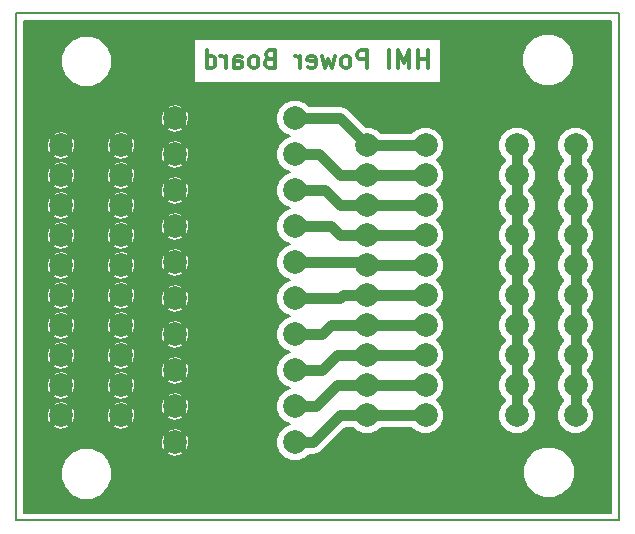
<source format=gbr>
G04 #@! TF.FileFunction,Copper,L2,Bot,Signal*
%FSLAX46Y46*%
G04 Gerber Fmt 4.6, Leading zero omitted, Abs format (unit mm)*
G04 Created by KiCad (PCBNEW 4.1.0-alpha+201605292346+6852~44~ubuntu15.10.1-product) date Wed Jun  1 10:44:58 2016*
%MOMM*%
%LPD*%
G01*
G04 APERTURE LIST*
%ADD10C,0.050000*%
%ADD11C,0.300000*%
%ADD12C,0.150000*%
%ADD13C,2.000000*%
%ADD14C,0.900000*%
%ADD15C,0.250000*%
G04 APERTURE END LIST*
D10*
D11*
X158328142Y-103167571D02*
X158328142Y-101667571D01*
X158328142Y-102381857D02*
X157471000Y-102381857D01*
X157471000Y-103167571D02*
X157471000Y-101667571D01*
X156756714Y-103167571D02*
X156756714Y-101667571D01*
X156256714Y-102739000D01*
X155756714Y-101667571D01*
X155756714Y-103167571D01*
X155042428Y-103167571D02*
X155042428Y-101667571D01*
X153185285Y-103167571D02*
X153185285Y-101667571D01*
X152613857Y-101667571D01*
X152471000Y-101739000D01*
X152399571Y-101810428D01*
X152328142Y-101953285D01*
X152328142Y-102167571D01*
X152399571Y-102310428D01*
X152471000Y-102381857D01*
X152613857Y-102453285D01*
X153185285Y-102453285D01*
X151471000Y-103167571D02*
X151613857Y-103096142D01*
X151685285Y-103024714D01*
X151756714Y-102881857D01*
X151756714Y-102453285D01*
X151685285Y-102310428D01*
X151613857Y-102239000D01*
X151471000Y-102167571D01*
X151256714Y-102167571D01*
X151113857Y-102239000D01*
X151042428Y-102310428D01*
X150971000Y-102453285D01*
X150971000Y-102881857D01*
X151042428Y-103024714D01*
X151113857Y-103096142D01*
X151256714Y-103167571D01*
X151471000Y-103167571D01*
X150471000Y-102167571D02*
X150185285Y-103167571D01*
X149899571Y-102453285D01*
X149613857Y-103167571D01*
X149328142Y-102167571D01*
X148185285Y-103096142D02*
X148328142Y-103167571D01*
X148613857Y-103167571D01*
X148756714Y-103096142D01*
X148828142Y-102953285D01*
X148828142Y-102381857D01*
X148756714Y-102239000D01*
X148613857Y-102167571D01*
X148328142Y-102167571D01*
X148185285Y-102239000D01*
X148113857Y-102381857D01*
X148113857Y-102524714D01*
X148828142Y-102667571D01*
X147471000Y-103167571D02*
X147471000Y-102167571D01*
X147471000Y-102453285D02*
X147399571Y-102310428D01*
X147328142Y-102239000D01*
X147185285Y-102167571D01*
X147042428Y-102167571D01*
X144899571Y-102381857D02*
X144685285Y-102453285D01*
X144613857Y-102524714D01*
X144542428Y-102667571D01*
X144542428Y-102881857D01*
X144613857Y-103024714D01*
X144685285Y-103096142D01*
X144828142Y-103167571D01*
X145399571Y-103167571D01*
X145399571Y-101667571D01*
X144899571Y-101667571D01*
X144756714Y-101739000D01*
X144685285Y-101810428D01*
X144613857Y-101953285D01*
X144613857Y-102096142D01*
X144685285Y-102239000D01*
X144756714Y-102310428D01*
X144899571Y-102381857D01*
X145399571Y-102381857D01*
X143685285Y-103167571D02*
X143828142Y-103096142D01*
X143899571Y-103024714D01*
X143971000Y-102881857D01*
X143971000Y-102453285D01*
X143899571Y-102310428D01*
X143828142Y-102239000D01*
X143685285Y-102167571D01*
X143471000Y-102167571D01*
X143328142Y-102239000D01*
X143256714Y-102310428D01*
X143185285Y-102453285D01*
X143185285Y-102881857D01*
X143256714Y-103024714D01*
X143328142Y-103096142D01*
X143471000Y-103167571D01*
X143685285Y-103167571D01*
X141899571Y-103167571D02*
X141899571Y-102381857D01*
X141971000Y-102239000D01*
X142113857Y-102167571D01*
X142399571Y-102167571D01*
X142542428Y-102239000D01*
X141899571Y-103096142D02*
X142042428Y-103167571D01*
X142399571Y-103167571D01*
X142542428Y-103096142D01*
X142613857Y-102953285D01*
X142613857Y-102810428D01*
X142542428Y-102667571D01*
X142399571Y-102596142D01*
X142042428Y-102596142D01*
X141899571Y-102524714D01*
X141185285Y-103167571D02*
X141185285Y-102167571D01*
X141185285Y-102453285D02*
X141113857Y-102310428D01*
X141042428Y-102239000D01*
X140899571Y-102167571D01*
X140756714Y-102167571D01*
X139613857Y-103167571D02*
X139613857Y-101667571D01*
X139613857Y-103096142D02*
X139756714Y-103167571D01*
X140042428Y-103167571D01*
X140185285Y-103096142D01*
X140256714Y-103024714D01*
X140328142Y-102881857D01*
X140328142Y-102453285D01*
X140256714Y-102310428D01*
X140185285Y-102239000D01*
X140042428Y-102167571D01*
X139756714Y-102167571D01*
X139613857Y-102239000D01*
D12*
X124206000Y-141478000D02*
X123444000Y-141478000D01*
X124206000Y-98552000D02*
X123444000Y-98552000D01*
X124206000Y-98552000D02*
X129413000Y-98552000D01*
X123444000Y-141478000D02*
X123444000Y-98552000D01*
X174498000Y-141478000D02*
X124206000Y-141478000D01*
X174498000Y-98552000D02*
X174498000Y-141478000D01*
X129413000Y-98552000D02*
X174498000Y-98552000D01*
D13*
X165862000Y-109728000D03*
X165862000Y-112268000D03*
X165862000Y-114808000D03*
X165862000Y-117348000D03*
X165862000Y-119888000D03*
X165862000Y-122428000D03*
X165862000Y-124968000D03*
X165862000Y-127508000D03*
X165862000Y-130048000D03*
X165862000Y-132588000D03*
X170815000Y-109728000D03*
X170815000Y-112268000D03*
X170815000Y-114808000D03*
X170815000Y-117348000D03*
X170815000Y-119888000D03*
X170815000Y-122428000D03*
X170815000Y-124968000D03*
X170815000Y-127508000D03*
X170815000Y-130048000D03*
X170815000Y-132588000D03*
X153162000Y-109728000D03*
X153162000Y-112268000D03*
X153162000Y-114808000D03*
X153162000Y-117348000D03*
X153162000Y-119888000D03*
X153162000Y-122428000D03*
X153162000Y-124968000D03*
X153162000Y-127508000D03*
X153162000Y-130048000D03*
X153162000Y-132588000D03*
X158115000Y-109728000D03*
X158115000Y-112268000D03*
X158115000Y-114808000D03*
X158115000Y-117348000D03*
X158115000Y-119888000D03*
X158115000Y-122428000D03*
X158115000Y-124968000D03*
X158115000Y-127508000D03*
X158115000Y-130048000D03*
X158115000Y-132588000D03*
X132334000Y-109728000D03*
X132334000Y-112268000D03*
X132334000Y-114808000D03*
X132334000Y-117348000D03*
X132334000Y-119888000D03*
X132334000Y-122428000D03*
X132334000Y-124968000D03*
X132334000Y-127508000D03*
X132334000Y-130048000D03*
X132334000Y-132588000D03*
X127254000Y-109728000D03*
X127254000Y-112268000D03*
X127254000Y-114808000D03*
X127254000Y-117348000D03*
X127254000Y-119888000D03*
X127254000Y-122428000D03*
X127254000Y-124968000D03*
X127254000Y-127508000D03*
X127254000Y-130048000D03*
X127254000Y-132588000D03*
X147066000Y-134874000D03*
X136906000Y-134874000D03*
X147066000Y-131826000D03*
X136906000Y-131826000D03*
X147066000Y-128778000D03*
X136906000Y-128778000D03*
X147066000Y-125730000D03*
X136906000Y-125730000D03*
X147066000Y-122682000D03*
X136906000Y-122682000D03*
X147066000Y-119634000D03*
X136906000Y-119634000D03*
X147066000Y-116586000D03*
X136906000Y-116586000D03*
X147066000Y-113538000D03*
X136906000Y-113538000D03*
X147066000Y-110490000D03*
X136906000Y-110490000D03*
X147066000Y-107442000D03*
X136906000Y-107442000D03*
D14*
X147066000Y-107442000D02*
X150876000Y-107442000D01*
X150876000Y-107442000D02*
X153162000Y-109728000D01*
X158115000Y-109728000D02*
X153162000Y-109728000D01*
X147066000Y-110490000D02*
X149098000Y-110490000D01*
X150876000Y-112268000D02*
X153162000Y-112268000D01*
X149098000Y-110490000D02*
X150876000Y-112268000D01*
X158115000Y-112268000D02*
X153162000Y-112268000D01*
D15*
X152654000Y-112776000D02*
X153162000Y-112268000D01*
D14*
X147066000Y-113538000D02*
X149606000Y-113538000D01*
X150876000Y-114808000D02*
X153162000Y-114808000D01*
X149606000Y-113538000D02*
X150876000Y-114808000D01*
X158115000Y-114808000D02*
X153162000Y-114808000D01*
X147066000Y-116586000D02*
X150114000Y-116586000D01*
X150876000Y-117348000D02*
X153162000Y-117348000D01*
X150114000Y-116586000D02*
X150876000Y-117348000D01*
X158115000Y-117348000D02*
X153162000Y-117348000D01*
X147066000Y-119634000D02*
X152908000Y-119634000D01*
X152908000Y-119634000D02*
X153162000Y-119888000D01*
X158115000Y-119888000D02*
X153162000Y-119888000D01*
D15*
X152146000Y-119888000D02*
X153162000Y-119888000D01*
D14*
X147066000Y-122682000D02*
X150876000Y-122682000D01*
X151130000Y-122428000D02*
X153162000Y-122428000D01*
X150876000Y-122682000D02*
X151130000Y-122428000D01*
X158115000Y-122428000D02*
X153162000Y-122428000D01*
X147066000Y-125730000D02*
X149352000Y-125730000D01*
X150114000Y-124968000D02*
X153162000Y-124968000D01*
X149352000Y-125730000D02*
X150114000Y-124968000D01*
X158115000Y-124968000D02*
X153162000Y-124968000D01*
D15*
X147066000Y-125730000D02*
X147828000Y-125730000D01*
D14*
X147066000Y-128778000D02*
X149352000Y-128778000D01*
X150622000Y-127508000D02*
X153162000Y-127508000D01*
X149352000Y-128778000D02*
X150622000Y-127508000D01*
X158115000Y-127508000D02*
X153162000Y-127508000D01*
D15*
X147066000Y-128778000D02*
X147574000Y-128778000D01*
D14*
X147066000Y-131826000D02*
X148844000Y-131826000D01*
X150622000Y-130048000D02*
X153162000Y-130048000D01*
X148844000Y-131826000D02*
X150622000Y-130048000D01*
X158115000Y-130048000D02*
X153162000Y-130048000D01*
D15*
X147066000Y-131826000D02*
X147320000Y-131826000D01*
D14*
X147066000Y-134874000D02*
X148590000Y-134874000D01*
X150876000Y-132588000D02*
X153162000Y-132588000D01*
X148590000Y-134874000D02*
X150876000Y-132588000D01*
X158115000Y-132588000D02*
X153162000Y-132588000D01*
X170815000Y-109728000D02*
X170815000Y-112268000D01*
X170815000Y-112268000D02*
X170815000Y-114808000D01*
X170815000Y-114808000D02*
X170815000Y-117348000D01*
X170815000Y-117348000D02*
X170815000Y-119888000D01*
X170815000Y-119888000D02*
X170815000Y-122428000D01*
X170815000Y-122428000D02*
X170815000Y-124968000D01*
X170815000Y-124968000D02*
X170815000Y-127508000D01*
X170815000Y-127508000D02*
X170815000Y-130048000D01*
X170815000Y-130048000D02*
X170815000Y-132588000D01*
X165862000Y-109728000D02*
X165862000Y-112268000D01*
X165862000Y-112268000D02*
X165862000Y-114808000D01*
X165862000Y-114808000D02*
X165862000Y-117348000D01*
X165862000Y-117348000D02*
X165862000Y-119888000D01*
X165862000Y-119888000D02*
X165862000Y-122428000D01*
X165862000Y-122428000D02*
X165862000Y-124968000D01*
X165862000Y-124968000D02*
X165862000Y-127508000D01*
X165862000Y-127508000D02*
X165862000Y-130048000D01*
X165862000Y-132588000D02*
X165862000Y-130048000D01*
D12*
G36*
X173840000Y-140820000D02*
X124102000Y-140820000D01*
X124102000Y-137968320D01*
X127229622Y-137968320D01*
X127561264Y-138770954D01*
X128174816Y-139385578D01*
X128976870Y-139718620D01*
X129845320Y-139719378D01*
X130647954Y-139387736D01*
X131262578Y-138774184D01*
X131595620Y-137972130D01*
X131595734Y-137841320D01*
X166370622Y-137841320D01*
X166702264Y-138643954D01*
X167315816Y-139258578D01*
X168117870Y-139591620D01*
X168986320Y-139592378D01*
X169788954Y-139260736D01*
X170403578Y-138647184D01*
X170736620Y-137845130D01*
X170737378Y-136976680D01*
X170405736Y-136174046D01*
X169792184Y-135559422D01*
X168990130Y-135226380D01*
X168121680Y-135225622D01*
X167319046Y-135557264D01*
X166704422Y-136170816D01*
X166371380Y-136972870D01*
X166370622Y-137841320D01*
X131595734Y-137841320D01*
X131596378Y-137103680D01*
X131264736Y-136301046D01*
X130775841Y-135811296D01*
X136221848Y-135811296D01*
X136349692Y-135944225D01*
X136801596Y-136075649D01*
X137269394Y-136024133D01*
X137462308Y-135944225D01*
X137590152Y-135811296D01*
X136906000Y-135127144D01*
X136221848Y-135811296D01*
X130775841Y-135811296D01*
X130651184Y-135686422D01*
X129849130Y-135353380D01*
X128980680Y-135352622D01*
X128178046Y-135684264D01*
X127563422Y-136297816D01*
X127230380Y-137099870D01*
X127229622Y-137968320D01*
X124102000Y-137968320D01*
X124102000Y-134769596D01*
X135704351Y-134769596D01*
X135755867Y-135237394D01*
X135835775Y-135430308D01*
X135968704Y-135558152D01*
X136652856Y-134874000D01*
X137159144Y-134874000D01*
X137843296Y-135558152D01*
X137976225Y-135430308D01*
X138107649Y-134978404D01*
X138056133Y-134510606D01*
X137976225Y-134317692D01*
X137843296Y-134189848D01*
X137159144Y-134874000D01*
X136652856Y-134874000D01*
X135968704Y-134189848D01*
X135835775Y-134317692D01*
X135704351Y-134769596D01*
X124102000Y-134769596D01*
X124102000Y-133936704D01*
X136221848Y-133936704D01*
X136906000Y-134620856D01*
X137590152Y-133936704D01*
X137462308Y-133803775D01*
X137010404Y-133672351D01*
X136542606Y-133723867D01*
X136349692Y-133803775D01*
X136221848Y-133936704D01*
X124102000Y-133936704D01*
X124102000Y-133525296D01*
X126569848Y-133525296D01*
X126697692Y-133658225D01*
X127149596Y-133789649D01*
X127617394Y-133738133D01*
X127810308Y-133658225D01*
X127938152Y-133525296D01*
X131649848Y-133525296D01*
X131777692Y-133658225D01*
X132229596Y-133789649D01*
X132697394Y-133738133D01*
X132890308Y-133658225D01*
X133018152Y-133525296D01*
X132334000Y-132841144D01*
X131649848Y-133525296D01*
X127938152Y-133525296D01*
X127254000Y-132841144D01*
X126569848Y-133525296D01*
X124102000Y-133525296D01*
X124102000Y-132483596D01*
X126052351Y-132483596D01*
X126103867Y-132951394D01*
X126183775Y-133144308D01*
X126316704Y-133272152D01*
X127000856Y-132588000D01*
X127507144Y-132588000D01*
X128191296Y-133272152D01*
X128324225Y-133144308D01*
X128455649Y-132692404D01*
X128432655Y-132483596D01*
X131132351Y-132483596D01*
X131183867Y-132951394D01*
X131263775Y-133144308D01*
X131396704Y-133272152D01*
X132080856Y-132588000D01*
X132587144Y-132588000D01*
X133271296Y-133272152D01*
X133404225Y-133144308D01*
X133515031Y-132763296D01*
X136221848Y-132763296D01*
X136349692Y-132896225D01*
X136801596Y-133027649D01*
X137269394Y-132976133D01*
X137462308Y-132896225D01*
X137590152Y-132763296D01*
X136906000Y-132079144D01*
X136221848Y-132763296D01*
X133515031Y-132763296D01*
X133535649Y-132692404D01*
X133484133Y-132224606D01*
X133404225Y-132031692D01*
X133271296Y-131903848D01*
X132587144Y-132588000D01*
X132080856Y-132588000D01*
X131396704Y-131903848D01*
X131263775Y-132031692D01*
X131132351Y-132483596D01*
X128432655Y-132483596D01*
X128404133Y-132224606D01*
X128324225Y-132031692D01*
X128191296Y-131903848D01*
X127507144Y-132588000D01*
X127000856Y-132588000D01*
X126316704Y-131903848D01*
X126183775Y-132031692D01*
X126052351Y-132483596D01*
X124102000Y-132483596D01*
X124102000Y-131650704D01*
X126569848Y-131650704D01*
X127254000Y-132334856D01*
X127938152Y-131650704D01*
X131649848Y-131650704D01*
X132334000Y-132334856D01*
X132947260Y-131721596D01*
X135704351Y-131721596D01*
X135755867Y-132189394D01*
X135835775Y-132382308D01*
X135968704Y-132510152D01*
X136652856Y-131826000D01*
X137159144Y-131826000D01*
X137843296Y-132510152D01*
X137976225Y-132382308D01*
X138107649Y-131930404D01*
X138056133Y-131462606D01*
X137976225Y-131269692D01*
X137843296Y-131141848D01*
X137159144Y-131826000D01*
X136652856Y-131826000D01*
X135968704Y-131141848D01*
X135835775Y-131269692D01*
X135704351Y-131721596D01*
X132947260Y-131721596D01*
X133018152Y-131650704D01*
X132890308Y-131517775D01*
X132438404Y-131386351D01*
X131970606Y-131437867D01*
X131777692Y-131517775D01*
X131649848Y-131650704D01*
X127938152Y-131650704D01*
X127810308Y-131517775D01*
X127358404Y-131386351D01*
X126890606Y-131437867D01*
X126697692Y-131517775D01*
X126569848Y-131650704D01*
X124102000Y-131650704D01*
X124102000Y-130985296D01*
X126569848Y-130985296D01*
X126697692Y-131118225D01*
X127149596Y-131249649D01*
X127617394Y-131198133D01*
X127810308Y-131118225D01*
X127938152Y-130985296D01*
X131649848Y-130985296D01*
X131777692Y-131118225D01*
X132229596Y-131249649D01*
X132697394Y-131198133D01*
X132890308Y-131118225D01*
X133018152Y-130985296D01*
X132921560Y-130888704D01*
X136221848Y-130888704D01*
X136906000Y-131572856D01*
X137590152Y-130888704D01*
X137462308Y-130755775D01*
X137010404Y-130624351D01*
X136542606Y-130675867D01*
X136349692Y-130755775D01*
X136221848Y-130888704D01*
X132921560Y-130888704D01*
X132334000Y-130301144D01*
X131649848Y-130985296D01*
X127938152Y-130985296D01*
X127254000Y-130301144D01*
X126569848Y-130985296D01*
X124102000Y-130985296D01*
X124102000Y-129943596D01*
X126052351Y-129943596D01*
X126103867Y-130411394D01*
X126183775Y-130604308D01*
X126316704Y-130732152D01*
X127000856Y-130048000D01*
X127507144Y-130048000D01*
X128191296Y-130732152D01*
X128324225Y-130604308D01*
X128455649Y-130152404D01*
X128432655Y-129943596D01*
X131132351Y-129943596D01*
X131183867Y-130411394D01*
X131263775Y-130604308D01*
X131396704Y-130732152D01*
X132080856Y-130048000D01*
X132587144Y-130048000D01*
X133271296Y-130732152D01*
X133404225Y-130604308D01*
X133535649Y-130152404D01*
X133487513Y-129715296D01*
X136221848Y-129715296D01*
X136349692Y-129848225D01*
X136801596Y-129979649D01*
X137269394Y-129928133D01*
X137462308Y-129848225D01*
X137590152Y-129715296D01*
X136906000Y-129031144D01*
X136221848Y-129715296D01*
X133487513Y-129715296D01*
X133484133Y-129684606D01*
X133404225Y-129491692D01*
X133271296Y-129363848D01*
X132587144Y-130048000D01*
X132080856Y-130048000D01*
X131396704Y-129363848D01*
X131263775Y-129491692D01*
X131132351Y-129943596D01*
X128432655Y-129943596D01*
X128404133Y-129684606D01*
X128324225Y-129491692D01*
X128191296Y-129363848D01*
X127507144Y-130048000D01*
X127000856Y-130048000D01*
X126316704Y-129363848D01*
X126183775Y-129491692D01*
X126052351Y-129943596D01*
X124102000Y-129943596D01*
X124102000Y-129110704D01*
X126569848Y-129110704D01*
X127254000Y-129794856D01*
X127938152Y-129110704D01*
X131649848Y-129110704D01*
X132334000Y-129794856D01*
X133018152Y-129110704D01*
X132890308Y-128977775D01*
X132438404Y-128846351D01*
X131970606Y-128897867D01*
X131777692Y-128977775D01*
X131649848Y-129110704D01*
X127938152Y-129110704D01*
X127810308Y-128977775D01*
X127358404Y-128846351D01*
X126890606Y-128897867D01*
X126697692Y-128977775D01*
X126569848Y-129110704D01*
X124102000Y-129110704D01*
X124102000Y-128445296D01*
X126569848Y-128445296D01*
X126697692Y-128578225D01*
X127149596Y-128709649D01*
X127617394Y-128658133D01*
X127810308Y-128578225D01*
X127938152Y-128445296D01*
X131649848Y-128445296D01*
X131777692Y-128578225D01*
X132229596Y-128709649D01*
X132556980Y-128673596D01*
X135704351Y-128673596D01*
X135755867Y-129141394D01*
X135835775Y-129334308D01*
X135968704Y-129462152D01*
X136652856Y-128778000D01*
X137159144Y-128778000D01*
X137843296Y-129462152D01*
X137976225Y-129334308D01*
X138107649Y-128882404D01*
X138056133Y-128414606D01*
X137976225Y-128221692D01*
X137843296Y-128093848D01*
X137159144Y-128778000D01*
X136652856Y-128778000D01*
X135968704Y-128093848D01*
X135835775Y-128221692D01*
X135704351Y-128673596D01*
X132556980Y-128673596D01*
X132697394Y-128658133D01*
X132890308Y-128578225D01*
X133018152Y-128445296D01*
X132334000Y-127761144D01*
X131649848Y-128445296D01*
X127938152Y-128445296D01*
X127254000Y-127761144D01*
X126569848Y-128445296D01*
X124102000Y-128445296D01*
X124102000Y-127403596D01*
X126052351Y-127403596D01*
X126103867Y-127871394D01*
X126183775Y-128064308D01*
X126316704Y-128192152D01*
X127000856Y-127508000D01*
X127507144Y-127508000D01*
X128191296Y-128192152D01*
X128324225Y-128064308D01*
X128455649Y-127612404D01*
X128432655Y-127403596D01*
X131132351Y-127403596D01*
X131183867Y-127871394D01*
X131263775Y-128064308D01*
X131396704Y-128192152D01*
X132080856Y-127508000D01*
X132587144Y-127508000D01*
X133271296Y-128192152D01*
X133404225Y-128064308D01*
X133469254Y-127840704D01*
X136221848Y-127840704D01*
X136906000Y-128524856D01*
X137590152Y-127840704D01*
X137462308Y-127707775D01*
X137010404Y-127576351D01*
X136542606Y-127627867D01*
X136349692Y-127707775D01*
X136221848Y-127840704D01*
X133469254Y-127840704D01*
X133535649Y-127612404D01*
X133484133Y-127144606D01*
X133404225Y-126951692D01*
X133271296Y-126823848D01*
X132587144Y-127508000D01*
X132080856Y-127508000D01*
X131396704Y-126823848D01*
X131263775Y-126951692D01*
X131132351Y-127403596D01*
X128432655Y-127403596D01*
X128404133Y-127144606D01*
X128324225Y-126951692D01*
X128191296Y-126823848D01*
X127507144Y-127508000D01*
X127000856Y-127508000D01*
X126316704Y-126823848D01*
X126183775Y-126951692D01*
X126052351Y-127403596D01*
X124102000Y-127403596D01*
X124102000Y-126570704D01*
X126569848Y-126570704D01*
X127254000Y-127254856D01*
X127938152Y-126570704D01*
X131649848Y-126570704D01*
X132334000Y-127254856D01*
X132921560Y-126667296D01*
X136221848Y-126667296D01*
X136349692Y-126800225D01*
X136801596Y-126931649D01*
X137269394Y-126880133D01*
X137462308Y-126800225D01*
X137590152Y-126667296D01*
X136906000Y-125983144D01*
X136221848Y-126667296D01*
X132921560Y-126667296D01*
X133018152Y-126570704D01*
X132890308Y-126437775D01*
X132438404Y-126306351D01*
X131970606Y-126357867D01*
X131777692Y-126437775D01*
X131649848Y-126570704D01*
X127938152Y-126570704D01*
X127810308Y-126437775D01*
X127358404Y-126306351D01*
X126890606Y-126357867D01*
X126697692Y-126437775D01*
X126569848Y-126570704D01*
X124102000Y-126570704D01*
X124102000Y-125905296D01*
X126569848Y-125905296D01*
X126697692Y-126038225D01*
X127149596Y-126169649D01*
X127617394Y-126118133D01*
X127810308Y-126038225D01*
X127938152Y-125905296D01*
X131649848Y-125905296D01*
X131777692Y-126038225D01*
X132229596Y-126169649D01*
X132697394Y-126118133D01*
X132890308Y-126038225D01*
X133018152Y-125905296D01*
X132334000Y-125221144D01*
X131649848Y-125905296D01*
X127938152Y-125905296D01*
X127254000Y-125221144D01*
X126569848Y-125905296D01*
X124102000Y-125905296D01*
X124102000Y-124863596D01*
X126052351Y-124863596D01*
X126103867Y-125331394D01*
X126183775Y-125524308D01*
X126316704Y-125652152D01*
X127000856Y-124968000D01*
X127507144Y-124968000D01*
X128191296Y-125652152D01*
X128324225Y-125524308D01*
X128455649Y-125072404D01*
X128432655Y-124863596D01*
X131132351Y-124863596D01*
X131183867Y-125331394D01*
X131263775Y-125524308D01*
X131396704Y-125652152D01*
X132080856Y-124968000D01*
X132587144Y-124968000D01*
X133271296Y-125652152D01*
X133298908Y-125625596D01*
X135704351Y-125625596D01*
X135755867Y-126093394D01*
X135835775Y-126286308D01*
X135968704Y-126414152D01*
X136652856Y-125730000D01*
X137159144Y-125730000D01*
X137843296Y-126414152D01*
X137976225Y-126286308D01*
X138107649Y-125834404D01*
X138056133Y-125366606D01*
X137976225Y-125173692D01*
X137843296Y-125045848D01*
X137159144Y-125730000D01*
X136652856Y-125730000D01*
X135968704Y-125045848D01*
X135835775Y-125173692D01*
X135704351Y-125625596D01*
X133298908Y-125625596D01*
X133404225Y-125524308D01*
X133535649Y-125072404D01*
X133504848Y-124792704D01*
X136221848Y-124792704D01*
X136906000Y-125476856D01*
X137590152Y-124792704D01*
X137462308Y-124659775D01*
X137010404Y-124528351D01*
X136542606Y-124579867D01*
X136349692Y-124659775D01*
X136221848Y-124792704D01*
X133504848Y-124792704D01*
X133484133Y-124604606D01*
X133404225Y-124411692D01*
X133271296Y-124283848D01*
X132587144Y-124968000D01*
X132080856Y-124968000D01*
X131396704Y-124283848D01*
X131263775Y-124411692D01*
X131132351Y-124863596D01*
X128432655Y-124863596D01*
X128404133Y-124604606D01*
X128324225Y-124411692D01*
X128191296Y-124283848D01*
X127507144Y-124968000D01*
X127000856Y-124968000D01*
X126316704Y-124283848D01*
X126183775Y-124411692D01*
X126052351Y-124863596D01*
X124102000Y-124863596D01*
X124102000Y-124030704D01*
X126569848Y-124030704D01*
X127254000Y-124714856D01*
X127938152Y-124030704D01*
X131649848Y-124030704D01*
X132334000Y-124714856D01*
X133018152Y-124030704D01*
X132890308Y-123897775D01*
X132438404Y-123766351D01*
X131970606Y-123817867D01*
X131777692Y-123897775D01*
X131649848Y-124030704D01*
X127938152Y-124030704D01*
X127810308Y-123897775D01*
X127358404Y-123766351D01*
X126890606Y-123817867D01*
X126697692Y-123897775D01*
X126569848Y-124030704D01*
X124102000Y-124030704D01*
X124102000Y-123365296D01*
X126569848Y-123365296D01*
X126697692Y-123498225D01*
X127149596Y-123629649D01*
X127617394Y-123578133D01*
X127810308Y-123498225D01*
X127938152Y-123365296D01*
X131649848Y-123365296D01*
X131777692Y-123498225D01*
X132229596Y-123629649D01*
X132323607Y-123619296D01*
X136221848Y-123619296D01*
X136349692Y-123752225D01*
X136801596Y-123883649D01*
X137269394Y-123832133D01*
X137462308Y-123752225D01*
X137590152Y-123619296D01*
X136906000Y-122935144D01*
X136221848Y-123619296D01*
X132323607Y-123619296D01*
X132697394Y-123578133D01*
X132890308Y-123498225D01*
X133018152Y-123365296D01*
X132334000Y-122681144D01*
X131649848Y-123365296D01*
X127938152Y-123365296D01*
X127254000Y-122681144D01*
X126569848Y-123365296D01*
X124102000Y-123365296D01*
X124102000Y-122323596D01*
X126052351Y-122323596D01*
X126103867Y-122791394D01*
X126183775Y-122984308D01*
X126316704Y-123112152D01*
X127000856Y-122428000D01*
X127507144Y-122428000D01*
X128191296Y-123112152D01*
X128324225Y-122984308D01*
X128455649Y-122532404D01*
X128432655Y-122323596D01*
X131132351Y-122323596D01*
X131183867Y-122791394D01*
X131263775Y-122984308D01*
X131396704Y-123112152D01*
X132080856Y-122428000D01*
X132587144Y-122428000D01*
X133271296Y-123112152D01*
X133404225Y-122984308D01*
X133522506Y-122577596D01*
X135704351Y-122577596D01*
X135755867Y-123045394D01*
X135835775Y-123238308D01*
X135968704Y-123366152D01*
X136652856Y-122682000D01*
X137159144Y-122682000D01*
X137843296Y-123366152D01*
X137976225Y-123238308D01*
X138107649Y-122786404D01*
X138056133Y-122318606D01*
X137976225Y-122125692D01*
X137843296Y-121997848D01*
X137159144Y-122682000D01*
X136652856Y-122682000D01*
X135968704Y-121997848D01*
X135835775Y-122125692D01*
X135704351Y-122577596D01*
X133522506Y-122577596D01*
X133535649Y-122532404D01*
X133484133Y-122064606D01*
X133404225Y-121871692D01*
X133272187Y-121744704D01*
X136221848Y-121744704D01*
X136906000Y-122428856D01*
X137590152Y-121744704D01*
X137462308Y-121611775D01*
X137010404Y-121480351D01*
X136542606Y-121531867D01*
X136349692Y-121611775D01*
X136221848Y-121744704D01*
X133272187Y-121744704D01*
X133271296Y-121743848D01*
X132587144Y-122428000D01*
X132080856Y-122428000D01*
X131396704Y-121743848D01*
X131263775Y-121871692D01*
X131132351Y-122323596D01*
X128432655Y-122323596D01*
X128404133Y-122064606D01*
X128324225Y-121871692D01*
X128191296Y-121743848D01*
X127507144Y-122428000D01*
X127000856Y-122428000D01*
X126316704Y-121743848D01*
X126183775Y-121871692D01*
X126052351Y-122323596D01*
X124102000Y-122323596D01*
X124102000Y-121490704D01*
X126569848Y-121490704D01*
X127254000Y-122174856D01*
X127938152Y-121490704D01*
X131649848Y-121490704D01*
X132334000Y-122174856D01*
X133018152Y-121490704D01*
X132890308Y-121357775D01*
X132438404Y-121226351D01*
X131970606Y-121277867D01*
X131777692Y-121357775D01*
X131649848Y-121490704D01*
X127938152Y-121490704D01*
X127810308Y-121357775D01*
X127358404Y-121226351D01*
X126890606Y-121277867D01*
X126697692Y-121357775D01*
X126569848Y-121490704D01*
X124102000Y-121490704D01*
X124102000Y-120825296D01*
X126569848Y-120825296D01*
X126697692Y-120958225D01*
X127149596Y-121089649D01*
X127617394Y-121038133D01*
X127810308Y-120958225D01*
X127938152Y-120825296D01*
X131649848Y-120825296D01*
X131777692Y-120958225D01*
X132229596Y-121089649D01*
X132697394Y-121038133D01*
X132890308Y-120958225D01*
X133018152Y-120825296D01*
X132334000Y-120141144D01*
X131649848Y-120825296D01*
X127938152Y-120825296D01*
X127254000Y-120141144D01*
X126569848Y-120825296D01*
X124102000Y-120825296D01*
X124102000Y-119783596D01*
X126052351Y-119783596D01*
X126103867Y-120251394D01*
X126183775Y-120444308D01*
X126316704Y-120572152D01*
X127000856Y-119888000D01*
X127507144Y-119888000D01*
X128191296Y-120572152D01*
X128324225Y-120444308D01*
X128455649Y-119992404D01*
X128432655Y-119783596D01*
X131132351Y-119783596D01*
X131183867Y-120251394D01*
X131263775Y-120444308D01*
X131396704Y-120572152D01*
X132080856Y-119888000D01*
X132587144Y-119888000D01*
X133271296Y-120572152D01*
X133272186Y-120571296D01*
X136221848Y-120571296D01*
X136349692Y-120704225D01*
X136801596Y-120835649D01*
X137269394Y-120784133D01*
X137462308Y-120704225D01*
X137590152Y-120571296D01*
X136906000Y-119887144D01*
X136221848Y-120571296D01*
X133272186Y-120571296D01*
X133404225Y-120444308D01*
X133535649Y-119992404D01*
X133484683Y-119529596D01*
X135704351Y-119529596D01*
X135755867Y-119997394D01*
X135835775Y-120190308D01*
X135968704Y-120318152D01*
X136652856Y-119634000D01*
X137159144Y-119634000D01*
X137843296Y-120318152D01*
X137976225Y-120190308D01*
X138107649Y-119738404D01*
X138056133Y-119270606D01*
X137976225Y-119077692D01*
X137843296Y-118949848D01*
X137159144Y-119634000D01*
X136652856Y-119634000D01*
X135968704Y-118949848D01*
X135835775Y-119077692D01*
X135704351Y-119529596D01*
X133484683Y-119529596D01*
X133484133Y-119524606D01*
X133404225Y-119331692D01*
X133271296Y-119203848D01*
X132587144Y-119888000D01*
X132080856Y-119888000D01*
X131396704Y-119203848D01*
X131263775Y-119331692D01*
X131132351Y-119783596D01*
X128432655Y-119783596D01*
X128404133Y-119524606D01*
X128324225Y-119331692D01*
X128191296Y-119203848D01*
X127507144Y-119888000D01*
X127000856Y-119888000D01*
X126316704Y-119203848D01*
X126183775Y-119331692D01*
X126052351Y-119783596D01*
X124102000Y-119783596D01*
X124102000Y-118950704D01*
X126569848Y-118950704D01*
X127254000Y-119634856D01*
X127938152Y-118950704D01*
X131649848Y-118950704D01*
X132334000Y-119634856D01*
X133018152Y-118950704D01*
X132890308Y-118817775D01*
X132474003Y-118696704D01*
X136221848Y-118696704D01*
X136906000Y-119380856D01*
X137590152Y-118696704D01*
X137462308Y-118563775D01*
X137010404Y-118432351D01*
X136542606Y-118483867D01*
X136349692Y-118563775D01*
X136221848Y-118696704D01*
X132474003Y-118696704D01*
X132438404Y-118686351D01*
X131970606Y-118737867D01*
X131777692Y-118817775D01*
X131649848Y-118950704D01*
X127938152Y-118950704D01*
X127810308Y-118817775D01*
X127358404Y-118686351D01*
X126890606Y-118737867D01*
X126697692Y-118817775D01*
X126569848Y-118950704D01*
X124102000Y-118950704D01*
X124102000Y-118285296D01*
X126569848Y-118285296D01*
X126697692Y-118418225D01*
X127149596Y-118549649D01*
X127617394Y-118498133D01*
X127810308Y-118418225D01*
X127938152Y-118285296D01*
X131649848Y-118285296D01*
X131777692Y-118418225D01*
X132229596Y-118549649D01*
X132697394Y-118498133D01*
X132890308Y-118418225D01*
X133018152Y-118285296D01*
X132334000Y-117601144D01*
X131649848Y-118285296D01*
X127938152Y-118285296D01*
X127254000Y-117601144D01*
X126569848Y-118285296D01*
X124102000Y-118285296D01*
X124102000Y-117243596D01*
X126052351Y-117243596D01*
X126103867Y-117711394D01*
X126183775Y-117904308D01*
X126316704Y-118032152D01*
X127000856Y-117348000D01*
X127507144Y-117348000D01*
X128191296Y-118032152D01*
X128324225Y-117904308D01*
X128455649Y-117452404D01*
X128432655Y-117243596D01*
X131132351Y-117243596D01*
X131183867Y-117711394D01*
X131263775Y-117904308D01*
X131396704Y-118032152D01*
X132080856Y-117348000D01*
X132587144Y-117348000D01*
X133271296Y-118032152D01*
X133404225Y-117904308D01*
X133515031Y-117523296D01*
X136221848Y-117523296D01*
X136349692Y-117656225D01*
X136801596Y-117787649D01*
X137269394Y-117736133D01*
X137462308Y-117656225D01*
X137590152Y-117523296D01*
X136906000Y-116839144D01*
X136221848Y-117523296D01*
X133515031Y-117523296D01*
X133535649Y-117452404D01*
X133484133Y-116984606D01*
X133404225Y-116791692D01*
X133271296Y-116663848D01*
X132587144Y-117348000D01*
X132080856Y-117348000D01*
X131396704Y-116663848D01*
X131263775Y-116791692D01*
X131132351Y-117243596D01*
X128432655Y-117243596D01*
X128404133Y-116984606D01*
X128324225Y-116791692D01*
X128191296Y-116663848D01*
X127507144Y-117348000D01*
X127000856Y-117348000D01*
X126316704Y-116663848D01*
X126183775Y-116791692D01*
X126052351Y-117243596D01*
X124102000Y-117243596D01*
X124102000Y-116410704D01*
X126569848Y-116410704D01*
X127254000Y-117094856D01*
X127938152Y-116410704D01*
X131649848Y-116410704D01*
X132334000Y-117094856D01*
X132947260Y-116481596D01*
X135704351Y-116481596D01*
X135755867Y-116949394D01*
X135835775Y-117142308D01*
X135968704Y-117270152D01*
X136652856Y-116586000D01*
X137159144Y-116586000D01*
X137843296Y-117270152D01*
X137976225Y-117142308D01*
X138107649Y-116690404D01*
X138056133Y-116222606D01*
X137976225Y-116029692D01*
X137843296Y-115901848D01*
X137159144Y-116586000D01*
X136652856Y-116586000D01*
X135968704Y-115901848D01*
X135835775Y-116029692D01*
X135704351Y-116481596D01*
X132947260Y-116481596D01*
X133018152Y-116410704D01*
X132890308Y-116277775D01*
X132438404Y-116146351D01*
X131970606Y-116197867D01*
X131777692Y-116277775D01*
X131649848Y-116410704D01*
X127938152Y-116410704D01*
X127810308Y-116277775D01*
X127358404Y-116146351D01*
X126890606Y-116197867D01*
X126697692Y-116277775D01*
X126569848Y-116410704D01*
X124102000Y-116410704D01*
X124102000Y-115745296D01*
X126569848Y-115745296D01*
X126697692Y-115878225D01*
X127149596Y-116009649D01*
X127617394Y-115958133D01*
X127810308Y-115878225D01*
X127938152Y-115745296D01*
X131649848Y-115745296D01*
X131777692Y-115878225D01*
X132229596Y-116009649D01*
X132697394Y-115958133D01*
X132890308Y-115878225D01*
X133018152Y-115745296D01*
X132921560Y-115648704D01*
X136221848Y-115648704D01*
X136906000Y-116332856D01*
X137590152Y-115648704D01*
X137462308Y-115515775D01*
X137010404Y-115384351D01*
X136542606Y-115435867D01*
X136349692Y-115515775D01*
X136221848Y-115648704D01*
X132921560Y-115648704D01*
X132334000Y-115061144D01*
X131649848Y-115745296D01*
X127938152Y-115745296D01*
X127254000Y-115061144D01*
X126569848Y-115745296D01*
X124102000Y-115745296D01*
X124102000Y-114703596D01*
X126052351Y-114703596D01*
X126103867Y-115171394D01*
X126183775Y-115364308D01*
X126316704Y-115492152D01*
X127000856Y-114808000D01*
X127507144Y-114808000D01*
X128191296Y-115492152D01*
X128324225Y-115364308D01*
X128455649Y-114912404D01*
X128432655Y-114703596D01*
X131132351Y-114703596D01*
X131183867Y-115171394D01*
X131263775Y-115364308D01*
X131396704Y-115492152D01*
X132080856Y-114808000D01*
X132587144Y-114808000D01*
X133271296Y-115492152D01*
X133404225Y-115364308D01*
X133535649Y-114912404D01*
X133487513Y-114475296D01*
X136221848Y-114475296D01*
X136349692Y-114608225D01*
X136801596Y-114739649D01*
X137269394Y-114688133D01*
X137462308Y-114608225D01*
X137590152Y-114475296D01*
X136906000Y-113791144D01*
X136221848Y-114475296D01*
X133487513Y-114475296D01*
X133484133Y-114444606D01*
X133404225Y-114251692D01*
X133271296Y-114123848D01*
X132587144Y-114808000D01*
X132080856Y-114808000D01*
X131396704Y-114123848D01*
X131263775Y-114251692D01*
X131132351Y-114703596D01*
X128432655Y-114703596D01*
X128404133Y-114444606D01*
X128324225Y-114251692D01*
X128191296Y-114123848D01*
X127507144Y-114808000D01*
X127000856Y-114808000D01*
X126316704Y-114123848D01*
X126183775Y-114251692D01*
X126052351Y-114703596D01*
X124102000Y-114703596D01*
X124102000Y-113870704D01*
X126569848Y-113870704D01*
X127254000Y-114554856D01*
X127938152Y-113870704D01*
X131649848Y-113870704D01*
X132334000Y-114554856D01*
X133018152Y-113870704D01*
X132890308Y-113737775D01*
X132438404Y-113606351D01*
X131970606Y-113657867D01*
X131777692Y-113737775D01*
X131649848Y-113870704D01*
X127938152Y-113870704D01*
X127810308Y-113737775D01*
X127358404Y-113606351D01*
X126890606Y-113657867D01*
X126697692Y-113737775D01*
X126569848Y-113870704D01*
X124102000Y-113870704D01*
X124102000Y-113205296D01*
X126569848Y-113205296D01*
X126697692Y-113338225D01*
X127149596Y-113469649D01*
X127617394Y-113418133D01*
X127810308Y-113338225D01*
X127938152Y-113205296D01*
X131649848Y-113205296D01*
X131777692Y-113338225D01*
X132229596Y-113469649D01*
X132556980Y-113433596D01*
X135704351Y-113433596D01*
X135755867Y-113901394D01*
X135835775Y-114094308D01*
X135968704Y-114222152D01*
X136652856Y-113538000D01*
X137159144Y-113538000D01*
X137843296Y-114222152D01*
X137976225Y-114094308D01*
X138107649Y-113642404D01*
X138056133Y-113174606D01*
X137976225Y-112981692D01*
X137843296Y-112853848D01*
X137159144Y-113538000D01*
X136652856Y-113538000D01*
X135968704Y-112853848D01*
X135835775Y-112981692D01*
X135704351Y-113433596D01*
X132556980Y-113433596D01*
X132697394Y-113418133D01*
X132890308Y-113338225D01*
X133018152Y-113205296D01*
X132334000Y-112521144D01*
X131649848Y-113205296D01*
X127938152Y-113205296D01*
X127254000Y-112521144D01*
X126569848Y-113205296D01*
X124102000Y-113205296D01*
X124102000Y-112163596D01*
X126052351Y-112163596D01*
X126103867Y-112631394D01*
X126183775Y-112824308D01*
X126316704Y-112952152D01*
X127000856Y-112268000D01*
X127507144Y-112268000D01*
X128191296Y-112952152D01*
X128324225Y-112824308D01*
X128455649Y-112372404D01*
X128432655Y-112163596D01*
X131132351Y-112163596D01*
X131183867Y-112631394D01*
X131263775Y-112824308D01*
X131396704Y-112952152D01*
X132080856Y-112268000D01*
X132587144Y-112268000D01*
X133271296Y-112952152D01*
X133404225Y-112824308D01*
X133469254Y-112600704D01*
X136221848Y-112600704D01*
X136906000Y-113284856D01*
X137590152Y-112600704D01*
X137462308Y-112467775D01*
X137010404Y-112336351D01*
X136542606Y-112387867D01*
X136349692Y-112467775D01*
X136221848Y-112600704D01*
X133469254Y-112600704D01*
X133535649Y-112372404D01*
X133484133Y-111904606D01*
X133404225Y-111711692D01*
X133271296Y-111583848D01*
X132587144Y-112268000D01*
X132080856Y-112268000D01*
X131396704Y-111583848D01*
X131263775Y-111711692D01*
X131132351Y-112163596D01*
X128432655Y-112163596D01*
X128404133Y-111904606D01*
X128324225Y-111711692D01*
X128191296Y-111583848D01*
X127507144Y-112268000D01*
X127000856Y-112268000D01*
X126316704Y-111583848D01*
X126183775Y-111711692D01*
X126052351Y-112163596D01*
X124102000Y-112163596D01*
X124102000Y-111330704D01*
X126569848Y-111330704D01*
X127254000Y-112014856D01*
X127938152Y-111330704D01*
X131649848Y-111330704D01*
X132334000Y-112014856D01*
X132921560Y-111427296D01*
X136221848Y-111427296D01*
X136349692Y-111560225D01*
X136801596Y-111691649D01*
X137269394Y-111640133D01*
X137462308Y-111560225D01*
X137590152Y-111427296D01*
X136906000Y-110743144D01*
X136221848Y-111427296D01*
X132921560Y-111427296D01*
X133018152Y-111330704D01*
X132890308Y-111197775D01*
X132438404Y-111066351D01*
X131970606Y-111117867D01*
X131777692Y-111197775D01*
X131649848Y-111330704D01*
X127938152Y-111330704D01*
X127810308Y-111197775D01*
X127358404Y-111066351D01*
X126890606Y-111117867D01*
X126697692Y-111197775D01*
X126569848Y-111330704D01*
X124102000Y-111330704D01*
X124102000Y-110665296D01*
X126569848Y-110665296D01*
X126697692Y-110798225D01*
X127149596Y-110929649D01*
X127617394Y-110878133D01*
X127810308Y-110798225D01*
X127938152Y-110665296D01*
X131649848Y-110665296D01*
X131777692Y-110798225D01*
X132229596Y-110929649D01*
X132697394Y-110878133D01*
X132890308Y-110798225D01*
X133018152Y-110665296D01*
X132334000Y-109981144D01*
X131649848Y-110665296D01*
X127938152Y-110665296D01*
X127254000Y-109981144D01*
X126569848Y-110665296D01*
X124102000Y-110665296D01*
X124102000Y-109623596D01*
X126052351Y-109623596D01*
X126103867Y-110091394D01*
X126183775Y-110284308D01*
X126316704Y-110412152D01*
X127000856Y-109728000D01*
X127507144Y-109728000D01*
X128191296Y-110412152D01*
X128324225Y-110284308D01*
X128455649Y-109832404D01*
X128432655Y-109623596D01*
X131132351Y-109623596D01*
X131183867Y-110091394D01*
X131263775Y-110284308D01*
X131396704Y-110412152D01*
X132080856Y-109728000D01*
X132587144Y-109728000D01*
X133271296Y-110412152D01*
X133298908Y-110385596D01*
X135704351Y-110385596D01*
X135755867Y-110853394D01*
X135835775Y-111046308D01*
X135968704Y-111174152D01*
X136652856Y-110490000D01*
X137159144Y-110490000D01*
X137843296Y-111174152D01*
X137976225Y-111046308D01*
X138107649Y-110594404D01*
X138056133Y-110126606D01*
X137976225Y-109933692D01*
X137843296Y-109805848D01*
X137159144Y-110490000D01*
X136652856Y-110490000D01*
X135968704Y-109805848D01*
X135835775Y-109933692D01*
X135704351Y-110385596D01*
X133298908Y-110385596D01*
X133404225Y-110284308D01*
X133535649Y-109832404D01*
X133504848Y-109552704D01*
X136221848Y-109552704D01*
X136906000Y-110236856D01*
X137590152Y-109552704D01*
X137462308Y-109419775D01*
X137010404Y-109288351D01*
X136542606Y-109339867D01*
X136349692Y-109419775D01*
X136221848Y-109552704D01*
X133504848Y-109552704D01*
X133484133Y-109364606D01*
X133404225Y-109171692D01*
X133271296Y-109043848D01*
X132587144Y-109728000D01*
X132080856Y-109728000D01*
X131396704Y-109043848D01*
X131263775Y-109171692D01*
X131132351Y-109623596D01*
X128432655Y-109623596D01*
X128404133Y-109364606D01*
X128324225Y-109171692D01*
X128191296Y-109043848D01*
X127507144Y-109728000D01*
X127000856Y-109728000D01*
X126316704Y-109043848D01*
X126183775Y-109171692D01*
X126052351Y-109623596D01*
X124102000Y-109623596D01*
X124102000Y-108790704D01*
X126569848Y-108790704D01*
X127254000Y-109474856D01*
X127938152Y-108790704D01*
X131649848Y-108790704D01*
X132334000Y-109474856D01*
X133018152Y-108790704D01*
X132890308Y-108657775D01*
X132438404Y-108526351D01*
X131970606Y-108577867D01*
X131777692Y-108657775D01*
X131649848Y-108790704D01*
X127938152Y-108790704D01*
X127810308Y-108657775D01*
X127358404Y-108526351D01*
X126890606Y-108577867D01*
X126697692Y-108657775D01*
X126569848Y-108790704D01*
X124102000Y-108790704D01*
X124102000Y-108379296D01*
X136221848Y-108379296D01*
X136349692Y-108512225D01*
X136801596Y-108643649D01*
X137269394Y-108592133D01*
X137462308Y-108512225D01*
X137590152Y-108379296D01*
X136906000Y-107695144D01*
X136221848Y-108379296D01*
X124102000Y-108379296D01*
X124102000Y-107337596D01*
X135704351Y-107337596D01*
X135755867Y-107805394D01*
X135835775Y-107998308D01*
X135968704Y-108126152D01*
X136652856Y-107442000D01*
X137159144Y-107442000D01*
X137843296Y-108126152D01*
X137976225Y-107998308D01*
X138046839Y-107755497D01*
X145482726Y-107755497D01*
X145723215Y-108337526D01*
X146168132Y-108783220D01*
X146608681Y-108966152D01*
X146170474Y-109147215D01*
X145724780Y-109592132D01*
X145483275Y-110173740D01*
X145482726Y-110803497D01*
X145723215Y-111385526D01*
X146168132Y-111831220D01*
X146608681Y-112014152D01*
X146170474Y-112195215D01*
X145724780Y-112640132D01*
X145483275Y-113221740D01*
X145482726Y-113851497D01*
X145723215Y-114433526D01*
X146168132Y-114879220D01*
X146608681Y-115062152D01*
X146170474Y-115243215D01*
X145724780Y-115688132D01*
X145483275Y-116269740D01*
X145482726Y-116899497D01*
X145723215Y-117481526D01*
X146168132Y-117927220D01*
X146608681Y-118110152D01*
X146170474Y-118291215D01*
X145724780Y-118736132D01*
X145483275Y-119317740D01*
X145482726Y-119947497D01*
X145723215Y-120529526D01*
X146168132Y-120975220D01*
X146608681Y-121158152D01*
X146170474Y-121339215D01*
X145724780Y-121784132D01*
X145483275Y-122365740D01*
X145482726Y-122995497D01*
X145723215Y-123577526D01*
X146168132Y-124023220D01*
X146608681Y-124206152D01*
X146170474Y-124387215D01*
X145724780Y-124832132D01*
X145483275Y-125413740D01*
X145482726Y-126043497D01*
X145723215Y-126625526D01*
X146168132Y-127071220D01*
X146608681Y-127254152D01*
X146170474Y-127435215D01*
X145724780Y-127880132D01*
X145483275Y-128461740D01*
X145482726Y-129091497D01*
X145723215Y-129673526D01*
X146168132Y-130119220D01*
X146608681Y-130302152D01*
X146170474Y-130483215D01*
X145724780Y-130928132D01*
X145483275Y-131509740D01*
X145482726Y-132139497D01*
X145723215Y-132721526D01*
X146168132Y-133167220D01*
X146608681Y-133350152D01*
X146170474Y-133531215D01*
X145724780Y-133976132D01*
X145483275Y-134557740D01*
X145482726Y-135187497D01*
X145723215Y-135769526D01*
X146168132Y-136215220D01*
X146749740Y-136456725D01*
X147379497Y-136457274D01*
X147961526Y-136216785D01*
X148271852Y-135907000D01*
X148590000Y-135907000D01*
X148985312Y-135828368D01*
X149320441Y-135604441D01*
X151303882Y-133621000D01*
X151956449Y-133621000D01*
X152264132Y-133929220D01*
X152845740Y-134170725D01*
X153475497Y-134171274D01*
X154057526Y-133930785D01*
X154367852Y-133621000D01*
X156909449Y-133621000D01*
X157217132Y-133929220D01*
X157798740Y-134170725D01*
X158428497Y-134171274D01*
X159010526Y-133930785D01*
X159456220Y-133485868D01*
X159697725Y-132904260D01*
X159698274Y-132274503D01*
X159457785Y-131692474D01*
X159083701Y-131317737D01*
X159456220Y-130945868D01*
X159697725Y-130364260D01*
X159698274Y-129734503D01*
X159457785Y-129152474D01*
X159083701Y-128777737D01*
X159456220Y-128405868D01*
X159697725Y-127824260D01*
X159698274Y-127194503D01*
X159457785Y-126612474D01*
X159083701Y-126237737D01*
X159456220Y-125865868D01*
X159697725Y-125284260D01*
X159698274Y-124654503D01*
X159457785Y-124072474D01*
X159083701Y-123697737D01*
X159456220Y-123325868D01*
X159697725Y-122744260D01*
X159698274Y-122114503D01*
X159457785Y-121532474D01*
X159083701Y-121157737D01*
X159456220Y-120785868D01*
X159697725Y-120204260D01*
X159698274Y-119574503D01*
X159457785Y-118992474D01*
X159083701Y-118617737D01*
X159456220Y-118245868D01*
X159697725Y-117664260D01*
X159698274Y-117034503D01*
X159457785Y-116452474D01*
X159083701Y-116077737D01*
X159456220Y-115705868D01*
X159697725Y-115124260D01*
X159698274Y-114494503D01*
X159457785Y-113912474D01*
X159083701Y-113537737D01*
X159456220Y-113165868D01*
X159697725Y-112584260D01*
X159698274Y-111954503D01*
X159457785Y-111372474D01*
X159083701Y-110997737D01*
X159456220Y-110625868D01*
X159697725Y-110044260D01*
X159697727Y-110041497D01*
X164278726Y-110041497D01*
X164519215Y-110623526D01*
X164829000Y-110933852D01*
X164829000Y-111062449D01*
X164520780Y-111370132D01*
X164279275Y-111951740D01*
X164278726Y-112581497D01*
X164519215Y-113163526D01*
X164829000Y-113473852D01*
X164829000Y-113602449D01*
X164520780Y-113910132D01*
X164279275Y-114491740D01*
X164278726Y-115121497D01*
X164519215Y-115703526D01*
X164829000Y-116013852D01*
X164829000Y-116142449D01*
X164520780Y-116450132D01*
X164279275Y-117031740D01*
X164278726Y-117661497D01*
X164519215Y-118243526D01*
X164829000Y-118553852D01*
X164829000Y-118682449D01*
X164520780Y-118990132D01*
X164279275Y-119571740D01*
X164278726Y-120201497D01*
X164519215Y-120783526D01*
X164829000Y-121093852D01*
X164829000Y-121222449D01*
X164520780Y-121530132D01*
X164279275Y-122111740D01*
X164278726Y-122741497D01*
X164519215Y-123323526D01*
X164829000Y-123633852D01*
X164829000Y-123762449D01*
X164520780Y-124070132D01*
X164279275Y-124651740D01*
X164278726Y-125281497D01*
X164519215Y-125863526D01*
X164829000Y-126173852D01*
X164829000Y-126302449D01*
X164520780Y-126610132D01*
X164279275Y-127191740D01*
X164278726Y-127821497D01*
X164519215Y-128403526D01*
X164829000Y-128713852D01*
X164829000Y-128842449D01*
X164520780Y-129150132D01*
X164279275Y-129731740D01*
X164278726Y-130361497D01*
X164519215Y-130943526D01*
X164829000Y-131253852D01*
X164829000Y-131382449D01*
X164520780Y-131690132D01*
X164279275Y-132271740D01*
X164278726Y-132901497D01*
X164519215Y-133483526D01*
X164964132Y-133929220D01*
X165545740Y-134170725D01*
X166175497Y-134171274D01*
X166757526Y-133930785D01*
X167203220Y-133485868D01*
X167444725Y-132904260D01*
X167445274Y-132274503D01*
X167204785Y-131692474D01*
X166895000Y-131382148D01*
X166895000Y-131253551D01*
X167203220Y-130945868D01*
X167444725Y-130364260D01*
X167445274Y-129734503D01*
X167204785Y-129152474D01*
X166895000Y-128842148D01*
X166895000Y-128713551D01*
X167203220Y-128405868D01*
X167444725Y-127824260D01*
X167445274Y-127194503D01*
X167204785Y-126612474D01*
X166895000Y-126302148D01*
X166895000Y-126173551D01*
X167203220Y-125865868D01*
X167444725Y-125284260D01*
X167445274Y-124654503D01*
X167204785Y-124072474D01*
X166895000Y-123762148D01*
X166895000Y-123633551D01*
X167203220Y-123325868D01*
X167444725Y-122744260D01*
X167445274Y-122114503D01*
X167204785Y-121532474D01*
X166895000Y-121222148D01*
X166895000Y-121093551D01*
X167203220Y-120785868D01*
X167444725Y-120204260D01*
X167445274Y-119574503D01*
X167204785Y-118992474D01*
X166895000Y-118682148D01*
X166895000Y-118553551D01*
X167203220Y-118245868D01*
X167444725Y-117664260D01*
X167445274Y-117034503D01*
X167204785Y-116452474D01*
X166895000Y-116142148D01*
X166895000Y-116013551D01*
X167203220Y-115705868D01*
X167444725Y-115124260D01*
X167445274Y-114494503D01*
X167204785Y-113912474D01*
X166895000Y-113602148D01*
X166895000Y-113473551D01*
X167203220Y-113165868D01*
X167444725Y-112584260D01*
X167445274Y-111954503D01*
X167204785Y-111372474D01*
X166895000Y-111062148D01*
X166895000Y-110933551D01*
X167203220Y-110625868D01*
X167444725Y-110044260D01*
X167444727Y-110041497D01*
X169231726Y-110041497D01*
X169472215Y-110623526D01*
X169782000Y-110933852D01*
X169782000Y-111062449D01*
X169473780Y-111370132D01*
X169232275Y-111951740D01*
X169231726Y-112581497D01*
X169472215Y-113163526D01*
X169782000Y-113473852D01*
X169782000Y-113602449D01*
X169473780Y-113910132D01*
X169232275Y-114491740D01*
X169231726Y-115121497D01*
X169472215Y-115703526D01*
X169782000Y-116013852D01*
X169782000Y-116142449D01*
X169473780Y-116450132D01*
X169232275Y-117031740D01*
X169231726Y-117661497D01*
X169472215Y-118243526D01*
X169782000Y-118553852D01*
X169782000Y-118682449D01*
X169473780Y-118990132D01*
X169232275Y-119571740D01*
X169231726Y-120201497D01*
X169472215Y-120783526D01*
X169782000Y-121093852D01*
X169782000Y-121222449D01*
X169473780Y-121530132D01*
X169232275Y-122111740D01*
X169231726Y-122741497D01*
X169472215Y-123323526D01*
X169782000Y-123633852D01*
X169782000Y-123762449D01*
X169473780Y-124070132D01*
X169232275Y-124651740D01*
X169231726Y-125281497D01*
X169472215Y-125863526D01*
X169782000Y-126173852D01*
X169782000Y-126302449D01*
X169473780Y-126610132D01*
X169232275Y-127191740D01*
X169231726Y-127821497D01*
X169472215Y-128403526D01*
X169782000Y-128713852D01*
X169782000Y-128842449D01*
X169473780Y-129150132D01*
X169232275Y-129731740D01*
X169231726Y-130361497D01*
X169472215Y-130943526D01*
X169782000Y-131253852D01*
X169782000Y-131382449D01*
X169473780Y-131690132D01*
X169232275Y-132271740D01*
X169231726Y-132901497D01*
X169472215Y-133483526D01*
X169917132Y-133929220D01*
X170498740Y-134170725D01*
X171128497Y-134171274D01*
X171710526Y-133930785D01*
X172156220Y-133485868D01*
X172397725Y-132904260D01*
X172398274Y-132274503D01*
X172157785Y-131692474D01*
X171848000Y-131382148D01*
X171848000Y-131253551D01*
X172156220Y-130945868D01*
X172397725Y-130364260D01*
X172398274Y-129734503D01*
X172157785Y-129152474D01*
X171848000Y-128842148D01*
X171848000Y-128713551D01*
X172156220Y-128405868D01*
X172397725Y-127824260D01*
X172398274Y-127194503D01*
X172157785Y-126612474D01*
X171848000Y-126302148D01*
X171848000Y-126173551D01*
X172156220Y-125865868D01*
X172397725Y-125284260D01*
X172398274Y-124654503D01*
X172157785Y-124072474D01*
X171848000Y-123762148D01*
X171848000Y-123633551D01*
X172156220Y-123325868D01*
X172397725Y-122744260D01*
X172398274Y-122114503D01*
X172157785Y-121532474D01*
X171848000Y-121222148D01*
X171848000Y-121093551D01*
X172156220Y-120785868D01*
X172397725Y-120204260D01*
X172398274Y-119574503D01*
X172157785Y-118992474D01*
X171848000Y-118682148D01*
X171848000Y-118553551D01*
X172156220Y-118245868D01*
X172397725Y-117664260D01*
X172398274Y-117034503D01*
X172157785Y-116452474D01*
X171848000Y-116142148D01*
X171848000Y-116013551D01*
X172156220Y-115705868D01*
X172397725Y-115124260D01*
X172398274Y-114494503D01*
X172157785Y-113912474D01*
X171848000Y-113602148D01*
X171848000Y-113473551D01*
X172156220Y-113165868D01*
X172397725Y-112584260D01*
X172398274Y-111954503D01*
X172157785Y-111372474D01*
X171848000Y-111062148D01*
X171848000Y-110933551D01*
X172156220Y-110625868D01*
X172397725Y-110044260D01*
X172398274Y-109414503D01*
X172157785Y-108832474D01*
X171712868Y-108386780D01*
X171131260Y-108145275D01*
X170501503Y-108144726D01*
X169919474Y-108385215D01*
X169473780Y-108830132D01*
X169232275Y-109411740D01*
X169231726Y-110041497D01*
X167444727Y-110041497D01*
X167445274Y-109414503D01*
X167204785Y-108832474D01*
X166759868Y-108386780D01*
X166178260Y-108145275D01*
X165548503Y-108144726D01*
X164966474Y-108385215D01*
X164520780Y-108830132D01*
X164279275Y-109411740D01*
X164278726Y-110041497D01*
X159697727Y-110041497D01*
X159698274Y-109414503D01*
X159457785Y-108832474D01*
X159012868Y-108386780D01*
X158431260Y-108145275D01*
X157801503Y-108144726D01*
X157219474Y-108385215D01*
X156909148Y-108695000D01*
X154367551Y-108695000D01*
X154059868Y-108386780D01*
X153478260Y-108145275D01*
X153039775Y-108144893D01*
X151606441Y-106711559D01*
X151271312Y-106487632D01*
X150876000Y-106409000D01*
X148271551Y-106409000D01*
X147963868Y-106100780D01*
X147382260Y-105859275D01*
X146752503Y-105858726D01*
X146170474Y-106099215D01*
X145724780Y-106544132D01*
X145483275Y-107125740D01*
X145482726Y-107755497D01*
X138046839Y-107755497D01*
X138107649Y-107546404D01*
X138056133Y-107078606D01*
X137976225Y-106885692D01*
X137843296Y-106757848D01*
X137159144Y-107442000D01*
X136652856Y-107442000D01*
X135968704Y-106757848D01*
X135835775Y-106885692D01*
X135704351Y-107337596D01*
X124102000Y-107337596D01*
X124102000Y-106504704D01*
X136221848Y-106504704D01*
X136906000Y-107188856D01*
X137590152Y-106504704D01*
X137462308Y-106371775D01*
X137010404Y-106240351D01*
X136542606Y-106291867D01*
X136349692Y-106371775D01*
X136221848Y-106504704D01*
X124102000Y-106504704D01*
X124102000Y-103048320D01*
X127229622Y-103048320D01*
X127561264Y-103850954D01*
X128174816Y-104465578D01*
X128976870Y-104798620D01*
X129845320Y-104799378D01*
X130647954Y-104467736D01*
X131262578Y-103854184D01*
X131595620Y-103052130D01*
X131596378Y-102183680D01*
X131264736Y-101381046D01*
X130651184Y-100766422D01*
X130614044Y-100751000D01*
X138523715Y-100751000D01*
X138523715Y-104467000D01*
X159418286Y-104467000D01*
X159418286Y-102921320D01*
X166303622Y-102921320D01*
X166635264Y-103723954D01*
X167248816Y-104338578D01*
X168050870Y-104671620D01*
X168919320Y-104672378D01*
X169721954Y-104340736D01*
X170336578Y-103727184D01*
X170669620Y-102925130D01*
X170670378Y-102056680D01*
X170338736Y-101254046D01*
X169725184Y-100639422D01*
X168923130Y-100306380D01*
X168054680Y-100305622D01*
X167252046Y-100637264D01*
X166637422Y-101250816D01*
X166304380Y-102052870D01*
X166303622Y-102921320D01*
X159418286Y-102921320D01*
X159418286Y-100751000D01*
X138523715Y-100751000D01*
X130614044Y-100751000D01*
X129849130Y-100433380D01*
X128980680Y-100432622D01*
X128178046Y-100764264D01*
X127563422Y-101377816D01*
X127230380Y-102179870D01*
X127229622Y-103048320D01*
X124102000Y-103048320D01*
X124102000Y-99210000D01*
X173840000Y-99210000D01*
X173840000Y-140820000D01*
X173840000Y-140820000D01*
G37*
X173840000Y-140820000D02*
X124102000Y-140820000D01*
X124102000Y-137968320D01*
X127229622Y-137968320D01*
X127561264Y-138770954D01*
X128174816Y-139385578D01*
X128976870Y-139718620D01*
X129845320Y-139719378D01*
X130647954Y-139387736D01*
X131262578Y-138774184D01*
X131595620Y-137972130D01*
X131595734Y-137841320D01*
X166370622Y-137841320D01*
X166702264Y-138643954D01*
X167315816Y-139258578D01*
X168117870Y-139591620D01*
X168986320Y-139592378D01*
X169788954Y-139260736D01*
X170403578Y-138647184D01*
X170736620Y-137845130D01*
X170737378Y-136976680D01*
X170405736Y-136174046D01*
X169792184Y-135559422D01*
X168990130Y-135226380D01*
X168121680Y-135225622D01*
X167319046Y-135557264D01*
X166704422Y-136170816D01*
X166371380Y-136972870D01*
X166370622Y-137841320D01*
X131595734Y-137841320D01*
X131596378Y-137103680D01*
X131264736Y-136301046D01*
X130775841Y-135811296D01*
X136221848Y-135811296D01*
X136349692Y-135944225D01*
X136801596Y-136075649D01*
X137269394Y-136024133D01*
X137462308Y-135944225D01*
X137590152Y-135811296D01*
X136906000Y-135127144D01*
X136221848Y-135811296D01*
X130775841Y-135811296D01*
X130651184Y-135686422D01*
X129849130Y-135353380D01*
X128980680Y-135352622D01*
X128178046Y-135684264D01*
X127563422Y-136297816D01*
X127230380Y-137099870D01*
X127229622Y-137968320D01*
X124102000Y-137968320D01*
X124102000Y-134769596D01*
X135704351Y-134769596D01*
X135755867Y-135237394D01*
X135835775Y-135430308D01*
X135968704Y-135558152D01*
X136652856Y-134874000D01*
X137159144Y-134874000D01*
X137843296Y-135558152D01*
X137976225Y-135430308D01*
X138107649Y-134978404D01*
X138056133Y-134510606D01*
X137976225Y-134317692D01*
X137843296Y-134189848D01*
X137159144Y-134874000D01*
X136652856Y-134874000D01*
X135968704Y-134189848D01*
X135835775Y-134317692D01*
X135704351Y-134769596D01*
X124102000Y-134769596D01*
X124102000Y-133936704D01*
X136221848Y-133936704D01*
X136906000Y-134620856D01*
X137590152Y-133936704D01*
X137462308Y-133803775D01*
X137010404Y-133672351D01*
X136542606Y-133723867D01*
X136349692Y-133803775D01*
X136221848Y-133936704D01*
X124102000Y-133936704D01*
X124102000Y-133525296D01*
X126569848Y-133525296D01*
X126697692Y-133658225D01*
X127149596Y-133789649D01*
X127617394Y-133738133D01*
X127810308Y-133658225D01*
X127938152Y-133525296D01*
X131649848Y-133525296D01*
X131777692Y-133658225D01*
X132229596Y-133789649D01*
X132697394Y-133738133D01*
X132890308Y-133658225D01*
X133018152Y-133525296D01*
X132334000Y-132841144D01*
X131649848Y-133525296D01*
X127938152Y-133525296D01*
X127254000Y-132841144D01*
X126569848Y-133525296D01*
X124102000Y-133525296D01*
X124102000Y-132483596D01*
X126052351Y-132483596D01*
X126103867Y-132951394D01*
X126183775Y-133144308D01*
X126316704Y-133272152D01*
X127000856Y-132588000D01*
X127507144Y-132588000D01*
X128191296Y-133272152D01*
X128324225Y-133144308D01*
X128455649Y-132692404D01*
X128432655Y-132483596D01*
X131132351Y-132483596D01*
X131183867Y-132951394D01*
X131263775Y-133144308D01*
X131396704Y-133272152D01*
X132080856Y-132588000D01*
X132587144Y-132588000D01*
X133271296Y-133272152D01*
X133404225Y-133144308D01*
X133515031Y-132763296D01*
X136221848Y-132763296D01*
X136349692Y-132896225D01*
X136801596Y-133027649D01*
X137269394Y-132976133D01*
X137462308Y-132896225D01*
X137590152Y-132763296D01*
X136906000Y-132079144D01*
X136221848Y-132763296D01*
X133515031Y-132763296D01*
X133535649Y-132692404D01*
X133484133Y-132224606D01*
X133404225Y-132031692D01*
X133271296Y-131903848D01*
X132587144Y-132588000D01*
X132080856Y-132588000D01*
X131396704Y-131903848D01*
X131263775Y-132031692D01*
X131132351Y-132483596D01*
X128432655Y-132483596D01*
X128404133Y-132224606D01*
X128324225Y-132031692D01*
X128191296Y-131903848D01*
X127507144Y-132588000D01*
X127000856Y-132588000D01*
X126316704Y-131903848D01*
X126183775Y-132031692D01*
X126052351Y-132483596D01*
X124102000Y-132483596D01*
X124102000Y-131650704D01*
X126569848Y-131650704D01*
X127254000Y-132334856D01*
X127938152Y-131650704D01*
X131649848Y-131650704D01*
X132334000Y-132334856D01*
X132947260Y-131721596D01*
X135704351Y-131721596D01*
X135755867Y-132189394D01*
X135835775Y-132382308D01*
X135968704Y-132510152D01*
X136652856Y-131826000D01*
X137159144Y-131826000D01*
X137843296Y-132510152D01*
X137976225Y-132382308D01*
X138107649Y-131930404D01*
X138056133Y-131462606D01*
X137976225Y-131269692D01*
X137843296Y-131141848D01*
X137159144Y-131826000D01*
X136652856Y-131826000D01*
X135968704Y-131141848D01*
X135835775Y-131269692D01*
X135704351Y-131721596D01*
X132947260Y-131721596D01*
X133018152Y-131650704D01*
X132890308Y-131517775D01*
X132438404Y-131386351D01*
X131970606Y-131437867D01*
X131777692Y-131517775D01*
X131649848Y-131650704D01*
X127938152Y-131650704D01*
X127810308Y-131517775D01*
X127358404Y-131386351D01*
X126890606Y-131437867D01*
X126697692Y-131517775D01*
X126569848Y-131650704D01*
X124102000Y-131650704D01*
X124102000Y-130985296D01*
X126569848Y-130985296D01*
X126697692Y-131118225D01*
X127149596Y-131249649D01*
X127617394Y-131198133D01*
X127810308Y-131118225D01*
X127938152Y-130985296D01*
X131649848Y-130985296D01*
X131777692Y-131118225D01*
X132229596Y-131249649D01*
X132697394Y-131198133D01*
X132890308Y-131118225D01*
X133018152Y-130985296D01*
X132921560Y-130888704D01*
X136221848Y-130888704D01*
X136906000Y-131572856D01*
X137590152Y-130888704D01*
X137462308Y-130755775D01*
X137010404Y-130624351D01*
X136542606Y-130675867D01*
X136349692Y-130755775D01*
X136221848Y-130888704D01*
X132921560Y-130888704D01*
X132334000Y-130301144D01*
X131649848Y-130985296D01*
X127938152Y-130985296D01*
X127254000Y-130301144D01*
X126569848Y-130985296D01*
X124102000Y-130985296D01*
X124102000Y-129943596D01*
X126052351Y-129943596D01*
X126103867Y-130411394D01*
X126183775Y-130604308D01*
X126316704Y-130732152D01*
X127000856Y-130048000D01*
X127507144Y-130048000D01*
X128191296Y-130732152D01*
X128324225Y-130604308D01*
X128455649Y-130152404D01*
X128432655Y-129943596D01*
X131132351Y-129943596D01*
X131183867Y-130411394D01*
X131263775Y-130604308D01*
X131396704Y-130732152D01*
X132080856Y-130048000D01*
X132587144Y-130048000D01*
X133271296Y-130732152D01*
X133404225Y-130604308D01*
X133535649Y-130152404D01*
X133487513Y-129715296D01*
X136221848Y-129715296D01*
X136349692Y-129848225D01*
X136801596Y-129979649D01*
X137269394Y-129928133D01*
X137462308Y-129848225D01*
X137590152Y-129715296D01*
X136906000Y-129031144D01*
X136221848Y-129715296D01*
X133487513Y-129715296D01*
X133484133Y-129684606D01*
X133404225Y-129491692D01*
X133271296Y-129363848D01*
X132587144Y-130048000D01*
X132080856Y-130048000D01*
X131396704Y-129363848D01*
X131263775Y-129491692D01*
X131132351Y-129943596D01*
X128432655Y-129943596D01*
X128404133Y-129684606D01*
X128324225Y-129491692D01*
X128191296Y-129363848D01*
X127507144Y-130048000D01*
X127000856Y-130048000D01*
X126316704Y-129363848D01*
X126183775Y-129491692D01*
X126052351Y-129943596D01*
X124102000Y-129943596D01*
X124102000Y-129110704D01*
X126569848Y-129110704D01*
X127254000Y-129794856D01*
X127938152Y-129110704D01*
X131649848Y-129110704D01*
X132334000Y-129794856D01*
X133018152Y-129110704D01*
X132890308Y-128977775D01*
X132438404Y-128846351D01*
X131970606Y-128897867D01*
X131777692Y-128977775D01*
X131649848Y-129110704D01*
X127938152Y-129110704D01*
X127810308Y-128977775D01*
X127358404Y-128846351D01*
X126890606Y-128897867D01*
X126697692Y-128977775D01*
X126569848Y-129110704D01*
X124102000Y-129110704D01*
X124102000Y-128445296D01*
X126569848Y-128445296D01*
X126697692Y-128578225D01*
X127149596Y-128709649D01*
X127617394Y-128658133D01*
X127810308Y-128578225D01*
X127938152Y-128445296D01*
X131649848Y-128445296D01*
X131777692Y-128578225D01*
X132229596Y-128709649D01*
X132556980Y-128673596D01*
X135704351Y-128673596D01*
X135755867Y-129141394D01*
X135835775Y-129334308D01*
X135968704Y-129462152D01*
X136652856Y-128778000D01*
X137159144Y-128778000D01*
X137843296Y-129462152D01*
X137976225Y-129334308D01*
X138107649Y-128882404D01*
X138056133Y-128414606D01*
X137976225Y-128221692D01*
X137843296Y-128093848D01*
X137159144Y-128778000D01*
X136652856Y-128778000D01*
X135968704Y-128093848D01*
X135835775Y-128221692D01*
X135704351Y-128673596D01*
X132556980Y-128673596D01*
X132697394Y-128658133D01*
X132890308Y-128578225D01*
X133018152Y-128445296D01*
X132334000Y-127761144D01*
X131649848Y-128445296D01*
X127938152Y-128445296D01*
X127254000Y-127761144D01*
X126569848Y-128445296D01*
X124102000Y-128445296D01*
X124102000Y-127403596D01*
X126052351Y-127403596D01*
X126103867Y-127871394D01*
X126183775Y-128064308D01*
X126316704Y-128192152D01*
X127000856Y-127508000D01*
X127507144Y-127508000D01*
X128191296Y-128192152D01*
X128324225Y-128064308D01*
X128455649Y-127612404D01*
X128432655Y-127403596D01*
X131132351Y-127403596D01*
X131183867Y-127871394D01*
X131263775Y-128064308D01*
X131396704Y-128192152D01*
X132080856Y-127508000D01*
X132587144Y-127508000D01*
X133271296Y-128192152D01*
X133404225Y-128064308D01*
X133469254Y-127840704D01*
X136221848Y-127840704D01*
X136906000Y-128524856D01*
X137590152Y-127840704D01*
X137462308Y-127707775D01*
X137010404Y-127576351D01*
X136542606Y-127627867D01*
X136349692Y-127707775D01*
X136221848Y-127840704D01*
X133469254Y-127840704D01*
X133535649Y-127612404D01*
X133484133Y-127144606D01*
X133404225Y-126951692D01*
X133271296Y-126823848D01*
X132587144Y-127508000D01*
X132080856Y-127508000D01*
X131396704Y-126823848D01*
X131263775Y-126951692D01*
X131132351Y-127403596D01*
X128432655Y-127403596D01*
X128404133Y-127144606D01*
X128324225Y-126951692D01*
X128191296Y-126823848D01*
X127507144Y-127508000D01*
X127000856Y-127508000D01*
X126316704Y-126823848D01*
X126183775Y-126951692D01*
X126052351Y-127403596D01*
X124102000Y-127403596D01*
X124102000Y-126570704D01*
X126569848Y-126570704D01*
X127254000Y-127254856D01*
X127938152Y-126570704D01*
X131649848Y-126570704D01*
X132334000Y-127254856D01*
X132921560Y-126667296D01*
X136221848Y-126667296D01*
X136349692Y-126800225D01*
X136801596Y-126931649D01*
X137269394Y-126880133D01*
X137462308Y-126800225D01*
X137590152Y-126667296D01*
X136906000Y-125983144D01*
X136221848Y-126667296D01*
X132921560Y-126667296D01*
X133018152Y-126570704D01*
X132890308Y-126437775D01*
X132438404Y-126306351D01*
X131970606Y-126357867D01*
X131777692Y-126437775D01*
X131649848Y-126570704D01*
X127938152Y-126570704D01*
X127810308Y-126437775D01*
X127358404Y-126306351D01*
X126890606Y-126357867D01*
X126697692Y-126437775D01*
X126569848Y-126570704D01*
X124102000Y-126570704D01*
X124102000Y-125905296D01*
X126569848Y-125905296D01*
X126697692Y-126038225D01*
X127149596Y-126169649D01*
X127617394Y-126118133D01*
X127810308Y-126038225D01*
X127938152Y-125905296D01*
X131649848Y-125905296D01*
X131777692Y-126038225D01*
X132229596Y-126169649D01*
X132697394Y-126118133D01*
X132890308Y-126038225D01*
X133018152Y-125905296D01*
X132334000Y-125221144D01*
X131649848Y-125905296D01*
X127938152Y-125905296D01*
X127254000Y-125221144D01*
X126569848Y-125905296D01*
X124102000Y-125905296D01*
X124102000Y-124863596D01*
X126052351Y-124863596D01*
X126103867Y-125331394D01*
X126183775Y-125524308D01*
X126316704Y-125652152D01*
X127000856Y-124968000D01*
X127507144Y-124968000D01*
X128191296Y-125652152D01*
X128324225Y-125524308D01*
X128455649Y-125072404D01*
X128432655Y-124863596D01*
X131132351Y-124863596D01*
X131183867Y-125331394D01*
X131263775Y-125524308D01*
X131396704Y-125652152D01*
X132080856Y-124968000D01*
X132587144Y-124968000D01*
X133271296Y-125652152D01*
X133298908Y-125625596D01*
X135704351Y-125625596D01*
X135755867Y-126093394D01*
X135835775Y-126286308D01*
X135968704Y-126414152D01*
X136652856Y-125730000D01*
X137159144Y-125730000D01*
X137843296Y-126414152D01*
X137976225Y-126286308D01*
X138107649Y-125834404D01*
X138056133Y-125366606D01*
X137976225Y-125173692D01*
X137843296Y-125045848D01*
X137159144Y-125730000D01*
X136652856Y-125730000D01*
X135968704Y-125045848D01*
X135835775Y-125173692D01*
X135704351Y-125625596D01*
X133298908Y-125625596D01*
X133404225Y-125524308D01*
X133535649Y-125072404D01*
X133504848Y-124792704D01*
X136221848Y-124792704D01*
X136906000Y-125476856D01*
X137590152Y-124792704D01*
X137462308Y-124659775D01*
X137010404Y-124528351D01*
X136542606Y-124579867D01*
X136349692Y-124659775D01*
X136221848Y-124792704D01*
X133504848Y-124792704D01*
X133484133Y-124604606D01*
X133404225Y-124411692D01*
X133271296Y-124283848D01*
X132587144Y-124968000D01*
X132080856Y-124968000D01*
X131396704Y-124283848D01*
X131263775Y-124411692D01*
X131132351Y-124863596D01*
X128432655Y-124863596D01*
X128404133Y-124604606D01*
X128324225Y-124411692D01*
X128191296Y-124283848D01*
X127507144Y-124968000D01*
X127000856Y-124968000D01*
X126316704Y-124283848D01*
X126183775Y-124411692D01*
X126052351Y-124863596D01*
X124102000Y-124863596D01*
X124102000Y-124030704D01*
X126569848Y-124030704D01*
X127254000Y-124714856D01*
X127938152Y-124030704D01*
X131649848Y-124030704D01*
X132334000Y-124714856D01*
X133018152Y-124030704D01*
X132890308Y-123897775D01*
X132438404Y-123766351D01*
X131970606Y-123817867D01*
X131777692Y-123897775D01*
X131649848Y-124030704D01*
X127938152Y-124030704D01*
X127810308Y-123897775D01*
X127358404Y-123766351D01*
X126890606Y-123817867D01*
X126697692Y-123897775D01*
X126569848Y-124030704D01*
X124102000Y-124030704D01*
X124102000Y-123365296D01*
X126569848Y-123365296D01*
X126697692Y-123498225D01*
X127149596Y-123629649D01*
X127617394Y-123578133D01*
X127810308Y-123498225D01*
X127938152Y-123365296D01*
X131649848Y-123365296D01*
X131777692Y-123498225D01*
X132229596Y-123629649D01*
X132323607Y-123619296D01*
X136221848Y-123619296D01*
X136349692Y-123752225D01*
X136801596Y-123883649D01*
X137269394Y-123832133D01*
X137462308Y-123752225D01*
X137590152Y-123619296D01*
X136906000Y-122935144D01*
X136221848Y-123619296D01*
X132323607Y-123619296D01*
X132697394Y-123578133D01*
X132890308Y-123498225D01*
X133018152Y-123365296D01*
X132334000Y-122681144D01*
X131649848Y-123365296D01*
X127938152Y-123365296D01*
X127254000Y-122681144D01*
X126569848Y-123365296D01*
X124102000Y-123365296D01*
X124102000Y-122323596D01*
X126052351Y-122323596D01*
X126103867Y-122791394D01*
X126183775Y-122984308D01*
X126316704Y-123112152D01*
X127000856Y-122428000D01*
X127507144Y-122428000D01*
X128191296Y-123112152D01*
X128324225Y-122984308D01*
X128455649Y-122532404D01*
X128432655Y-122323596D01*
X131132351Y-122323596D01*
X131183867Y-122791394D01*
X131263775Y-122984308D01*
X131396704Y-123112152D01*
X132080856Y-122428000D01*
X132587144Y-122428000D01*
X133271296Y-123112152D01*
X133404225Y-122984308D01*
X133522506Y-122577596D01*
X135704351Y-122577596D01*
X135755867Y-123045394D01*
X135835775Y-123238308D01*
X135968704Y-123366152D01*
X136652856Y-122682000D01*
X137159144Y-122682000D01*
X137843296Y-123366152D01*
X137976225Y-123238308D01*
X138107649Y-122786404D01*
X138056133Y-122318606D01*
X137976225Y-122125692D01*
X137843296Y-121997848D01*
X137159144Y-122682000D01*
X136652856Y-122682000D01*
X135968704Y-121997848D01*
X135835775Y-122125692D01*
X135704351Y-122577596D01*
X133522506Y-122577596D01*
X133535649Y-122532404D01*
X133484133Y-122064606D01*
X133404225Y-121871692D01*
X133272187Y-121744704D01*
X136221848Y-121744704D01*
X136906000Y-122428856D01*
X137590152Y-121744704D01*
X137462308Y-121611775D01*
X137010404Y-121480351D01*
X136542606Y-121531867D01*
X136349692Y-121611775D01*
X136221848Y-121744704D01*
X133272187Y-121744704D01*
X133271296Y-121743848D01*
X132587144Y-122428000D01*
X132080856Y-122428000D01*
X131396704Y-121743848D01*
X131263775Y-121871692D01*
X131132351Y-122323596D01*
X128432655Y-122323596D01*
X128404133Y-122064606D01*
X128324225Y-121871692D01*
X128191296Y-121743848D01*
X127507144Y-122428000D01*
X127000856Y-122428000D01*
X126316704Y-121743848D01*
X126183775Y-121871692D01*
X126052351Y-122323596D01*
X124102000Y-122323596D01*
X124102000Y-121490704D01*
X126569848Y-121490704D01*
X127254000Y-122174856D01*
X127938152Y-121490704D01*
X131649848Y-121490704D01*
X132334000Y-122174856D01*
X133018152Y-121490704D01*
X132890308Y-121357775D01*
X132438404Y-121226351D01*
X131970606Y-121277867D01*
X131777692Y-121357775D01*
X131649848Y-121490704D01*
X127938152Y-121490704D01*
X127810308Y-121357775D01*
X127358404Y-121226351D01*
X126890606Y-121277867D01*
X126697692Y-121357775D01*
X126569848Y-121490704D01*
X124102000Y-121490704D01*
X124102000Y-120825296D01*
X126569848Y-120825296D01*
X126697692Y-120958225D01*
X127149596Y-121089649D01*
X127617394Y-121038133D01*
X127810308Y-120958225D01*
X127938152Y-120825296D01*
X131649848Y-120825296D01*
X131777692Y-120958225D01*
X132229596Y-121089649D01*
X132697394Y-121038133D01*
X132890308Y-120958225D01*
X133018152Y-120825296D01*
X132334000Y-120141144D01*
X131649848Y-120825296D01*
X127938152Y-120825296D01*
X127254000Y-120141144D01*
X126569848Y-120825296D01*
X124102000Y-120825296D01*
X124102000Y-119783596D01*
X126052351Y-119783596D01*
X126103867Y-120251394D01*
X126183775Y-120444308D01*
X126316704Y-120572152D01*
X127000856Y-119888000D01*
X127507144Y-119888000D01*
X128191296Y-120572152D01*
X128324225Y-120444308D01*
X128455649Y-119992404D01*
X128432655Y-119783596D01*
X131132351Y-119783596D01*
X131183867Y-120251394D01*
X131263775Y-120444308D01*
X131396704Y-120572152D01*
X132080856Y-119888000D01*
X132587144Y-119888000D01*
X133271296Y-120572152D01*
X133272186Y-120571296D01*
X136221848Y-120571296D01*
X136349692Y-120704225D01*
X136801596Y-120835649D01*
X137269394Y-120784133D01*
X137462308Y-120704225D01*
X137590152Y-120571296D01*
X136906000Y-119887144D01*
X136221848Y-120571296D01*
X133272186Y-120571296D01*
X133404225Y-120444308D01*
X133535649Y-119992404D01*
X133484683Y-119529596D01*
X135704351Y-119529596D01*
X135755867Y-119997394D01*
X135835775Y-120190308D01*
X135968704Y-120318152D01*
X136652856Y-119634000D01*
X137159144Y-119634000D01*
X137843296Y-120318152D01*
X137976225Y-120190308D01*
X138107649Y-119738404D01*
X138056133Y-119270606D01*
X137976225Y-119077692D01*
X137843296Y-118949848D01*
X137159144Y-119634000D01*
X136652856Y-119634000D01*
X135968704Y-118949848D01*
X135835775Y-119077692D01*
X135704351Y-119529596D01*
X133484683Y-119529596D01*
X133484133Y-119524606D01*
X133404225Y-119331692D01*
X133271296Y-119203848D01*
X132587144Y-119888000D01*
X132080856Y-119888000D01*
X131396704Y-119203848D01*
X131263775Y-119331692D01*
X131132351Y-119783596D01*
X128432655Y-119783596D01*
X128404133Y-119524606D01*
X128324225Y-119331692D01*
X128191296Y-119203848D01*
X127507144Y-119888000D01*
X127000856Y-119888000D01*
X126316704Y-119203848D01*
X126183775Y-119331692D01*
X126052351Y-119783596D01*
X124102000Y-119783596D01*
X124102000Y-118950704D01*
X126569848Y-118950704D01*
X127254000Y-119634856D01*
X127938152Y-118950704D01*
X131649848Y-118950704D01*
X132334000Y-119634856D01*
X133018152Y-118950704D01*
X132890308Y-118817775D01*
X132474003Y-118696704D01*
X136221848Y-118696704D01*
X136906000Y-119380856D01*
X137590152Y-118696704D01*
X137462308Y-118563775D01*
X137010404Y-118432351D01*
X136542606Y-118483867D01*
X136349692Y-118563775D01*
X136221848Y-118696704D01*
X132474003Y-118696704D01*
X132438404Y-118686351D01*
X131970606Y-118737867D01*
X131777692Y-118817775D01*
X131649848Y-118950704D01*
X127938152Y-118950704D01*
X127810308Y-118817775D01*
X127358404Y-118686351D01*
X126890606Y-118737867D01*
X126697692Y-118817775D01*
X126569848Y-118950704D01*
X124102000Y-118950704D01*
X124102000Y-118285296D01*
X126569848Y-118285296D01*
X126697692Y-118418225D01*
X127149596Y-118549649D01*
X127617394Y-118498133D01*
X127810308Y-118418225D01*
X127938152Y-118285296D01*
X131649848Y-118285296D01*
X131777692Y-118418225D01*
X132229596Y-118549649D01*
X132697394Y-118498133D01*
X132890308Y-118418225D01*
X133018152Y-118285296D01*
X132334000Y-117601144D01*
X131649848Y-118285296D01*
X127938152Y-118285296D01*
X127254000Y-117601144D01*
X126569848Y-118285296D01*
X124102000Y-118285296D01*
X124102000Y-117243596D01*
X126052351Y-117243596D01*
X126103867Y-117711394D01*
X126183775Y-117904308D01*
X126316704Y-118032152D01*
X127000856Y-117348000D01*
X127507144Y-117348000D01*
X128191296Y-118032152D01*
X128324225Y-117904308D01*
X128455649Y-117452404D01*
X128432655Y-117243596D01*
X131132351Y-117243596D01*
X131183867Y-117711394D01*
X131263775Y-117904308D01*
X131396704Y-118032152D01*
X132080856Y-117348000D01*
X132587144Y-117348000D01*
X133271296Y-118032152D01*
X133404225Y-117904308D01*
X133515031Y-117523296D01*
X136221848Y-117523296D01*
X136349692Y-117656225D01*
X136801596Y-117787649D01*
X137269394Y-117736133D01*
X137462308Y-117656225D01*
X137590152Y-117523296D01*
X136906000Y-116839144D01*
X136221848Y-117523296D01*
X133515031Y-117523296D01*
X133535649Y-117452404D01*
X133484133Y-116984606D01*
X133404225Y-116791692D01*
X133271296Y-116663848D01*
X132587144Y-117348000D01*
X132080856Y-117348000D01*
X131396704Y-116663848D01*
X131263775Y-116791692D01*
X131132351Y-117243596D01*
X128432655Y-117243596D01*
X128404133Y-116984606D01*
X128324225Y-116791692D01*
X128191296Y-116663848D01*
X127507144Y-117348000D01*
X127000856Y-117348000D01*
X126316704Y-116663848D01*
X126183775Y-116791692D01*
X126052351Y-117243596D01*
X124102000Y-117243596D01*
X124102000Y-116410704D01*
X126569848Y-116410704D01*
X127254000Y-117094856D01*
X127938152Y-116410704D01*
X131649848Y-116410704D01*
X132334000Y-117094856D01*
X132947260Y-116481596D01*
X135704351Y-116481596D01*
X135755867Y-116949394D01*
X135835775Y-117142308D01*
X135968704Y-117270152D01*
X136652856Y-116586000D01*
X137159144Y-116586000D01*
X137843296Y-117270152D01*
X137976225Y-117142308D01*
X138107649Y-116690404D01*
X138056133Y-116222606D01*
X137976225Y-116029692D01*
X137843296Y-115901848D01*
X137159144Y-116586000D01*
X136652856Y-116586000D01*
X135968704Y-115901848D01*
X135835775Y-116029692D01*
X135704351Y-116481596D01*
X132947260Y-116481596D01*
X133018152Y-116410704D01*
X132890308Y-116277775D01*
X132438404Y-116146351D01*
X131970606Y-116197867D01*
X131777692Y-116277775D01*
X131649848Y-116410704D01*
X127938152Y-116410704D01*
X127810308Y-116277775D01*
X127358404Y-116146351D01*
X126890606Y-116197867D01*
X126697692Y-116277775D01*
X126569848Y-116410704D01*
X124102000Y-116410704D01*
X124102000Y-115745296D01*
X126569848Y-115745296D01*
X126697692Y-115878225D01*
X127149596Y-116009649D01*
X127617394Y-115958133D01*
X127810308Y-115878225D01*
X127938152Y-115745296D01*
X131649848Y-115745296D01*
X131777692Y-115878225D01*
X132229596Y-116009649D01*
X132697394Y-115958133D01*
X132890308Y-115878225D01*
X133018152Y-115745296D01*
X132921560Y-115648704D01*
X136221848Y-115648704D01*
X136906000Y-116332856D01*
X137590152Y-115648704D01*
X137462308Y-115515775D01*
X137010404Y-115384351D01*
X136542606Y-115435867D01*
X136349692Y-115515775D01*
X136221848Y-115648704D01*
X132921560Y-115648704D01*
X132334000Y-115061144D01*
X131649848Y-115745296D01*
X127938152Y-115745296D01*
X127254000Y-115061144D01*
X126569848Y-115745296D01*
X124102000Y-115745296D01*
X124102000Y-114703596D01*
X126052351Y-114703596D01*
X126103867Y-115171394D01*
X126183775Y-115364308D01*
X126316704Y-115492152D01*
X127000856Y-114808000D01*
X127507144Y-114808000D01*
X128191296Y-115492152D01*
X128324225Y-115364308D01*
X128455649Y-114912404D01*
X128432655Y-114703596D01*
X131132351Y-114703596D01*
X131183867Y-115171394D01*
X131263775Y-115364308D01*
X131396704Y-115492152D01*
X132080856Y-114808000D01*
X132587144Y-114808000D01*
X133271296Y-115492152D01*
X133404225Y-115364308D01*
X133535649Y-114912404D01*
X133487513Y-114475296D01*
X136221848Y-114475296D01*
X136349692Y-114608225D01*
X136801596Y-114739649D01*
X137269394Y-114688133D01*
X137462308Y-114608225D01*
X137590152Y-114475296D01*
X136906000Y-113791144D01*
X136221848Y-114475296D01*
X133487513Y-114475296D01*
X133484133Y-114444606D01*
X133404225Y-114251692D01*
X133271296Y-114123848D01*
X132587144Y-114808000D01*
X132080856Y-114808000D01*
X131396704Y-114123848D01*
X131263775Y-114251692D01*
X131132351Y-114703596D01*
X128432655Y-114703596D01*
X128404133Y-114444606D01*
X128324225Y-114251692D01*
X128191296Y-114123848D01*
X127507144Y-114808000D01*
X127000856Y-114808000D01*
X126316704Y-114123848D01*
X126183775Y-114251692D01*
X126052351Y-114703596D01*
X124102000Y-114703596D01*
X124102000Y-113870704D01*
X126569848Y-113870704D01*
X127254000Y-114554856D01*
X127938152Y-113870704D01*
X131649848Y-113870704D01*
X132334000Y-114554856D01*
X133018152Y-113870704D01*
X132890308Y-113737775D01*
X132438404Y-113606351D01*
X131970606Y-113657867D01*
X131777692Y-113737775D01*
X131649848Y-113870704D01*
X127938152Y-113870704D01*
X127810308Y-113737775D01*
X127358404Y-113606351D01*
X126890606Y-113657867D01*
X126697692Y-113737775D01*
X126569848Y-113870704D01*
X124102000Y-113870704D01*
X124102000Y-113205296D01*
X126569848Y-113205296D01*
X126697692Y-113338225D01*
X127149596Y-113469649D01*
X127617394Y-113418133D01*
X127810308Y-113338225D01*
X127938152Y-113205296D01*
X131649848Y-113205296D01*
X131777692Y-113338225D01*
X132229596Y-113469649D01*
X132556980Y-113433596D01*
X135704351Y-113433596D01*
X135755867Y-113901394D01*
X135835775Y-114094308D01*
X135968704Y-114222152D01*
X136652856Y-113538000D01*
X137159144Y-113538000D01*
X137843296Y-114222152D01*
X137976225Y-114094308D01*
X138107649Y-113642404D01*
X138056133Y-113174606D01*
X137976225Y-112981692D01*
X137843296Y-112853848D01*
X137159144Y-113538000D01*
X136652856Y-113538000D01*
X135968704Y-112853848D01*
X135835775Y-112981692D01*
X135704351Y-113433596D01*
X132556980Y-113433596D01*
X132697394Y-113418133D01*
X132890308Y-113338225D01*
X133018152Y-113205296D01*
X132334000Y-112521144D01*
X131649848Y-113205296D01*
X127938152Y-113205296D01*
X127254000Y-112521144D01*
X126569848Y-113205296D01*
X124102000Y-113205296D01*
X124102000Y-112163596D01*
X126052351Y-112163596D01*
X126103867Y-112631394D01*
X126183775Y-112824308D01*
X126316704Y-112952152D01*
X127000856Y-112268000D01*
X127507144Y-112268000D01*
X128191296Y-112952152D01*
X128324225Y-112824308D01*
X128455649Y-112372404D01*
X128432655Y-112163596D01*
X131132351Y-112163596D01*
X131183867Y-112631394D01*
X131263775Y-112824308D01*
X131396704Y-112952152D01*
X132080856Y-112268000D01*
X132587144Y-112268000D01*
X133271296Y-112952152D01*
X133404225Y-112824308D01*
X133469254Y-112600704D01*
X136221848Y-112600704D01*
X136906000Y-113284856D01*
X137590152Y-112600704D01*
X137462308Y-112467775D01*
X137010404Y-112336351D01*
X136542606Y-112387867D01*
X136349692Y-112467775D01*
X136221848Y-112600704D01*
X133469254Y-112600704D01*
X133535649Y-112372404D01*
X133484133Y-111904606D01*
X133404225Y-111711692D01*
X133271296Y-111583848D01*
X132587144Y-112268000D01*
X132080856Y-112268000D01*
X131396704Y-111583848D01*
X131263775Y-111711692D01*
X131132351Y-112163596D01*
X128432655Y-112163596D01*
X128404133Y-111904606D01*
X128324225Y-111711692D01*
X128191296Y-111583848D01*
X127507144Y-112268000D01*
X127000856Y-112268000D01*
X126316704Y-111583848D01*
X126183775Y-111711692D01*
X126052351Y-112163596D01*
X124102000Y-112163596D01*
X124102000Y-111330704D01*
X126569848Y-111330704D01*
X127254000Y-112014856D01*
X127938152Y-111330704D01*
X131649848Y-111330704D01*
X132334000Y-112014856D01*
X132921560Y-111427296D01*
X136221848Y-111427296D01*
X136349692Y-111560225D01*
X136801596Y-111691649D01*
X137269394Y-111640133D01*
X137462308Y-111560225D01*
X137590152Y-111427296D01*
X136906000Y-110743144D01*
X136221848Y-111427296D01*
X132921560Y-111427296D01*
X133018152Y-111330704D01*
X132890308Y-111197775D01*
X132438404Y-111066351D01*
X131970606Y-111117867D01*
X131777692Y-111197775D01*
X131649848Y-111330704D01*
X127938152Y-111330704D01*
X127810308Y-111197775D01*
X127358404Y-111066351D01*
X126890606Y-111117867D01*
X126697692Y-111197775D01*
X126569848Y-111330704D01*
X124102000Y-111330704D01*
X124102000Y-110665296D01*
X126569848Y-110665296D01*
X126697692Y-110798225D01*
X127149596Y-110929649D01*
X127617394Y-110878133D01*
X127810308Y-110798225D01*
X127938152Y-110665296D01*
X131649848Y-110665296D01*
X131777692Y-110798225D01*
X132229596Y-110929649D01*
X132697394Y-110878133D01*
X132890308Y-110798225D01*
X133018152Y-110665296D01*
X132334000Y-109981144D01*
X131649848Y-110665296D01*
X127938152Y-110665296D01*
X127254000Y-109981144D01*
X126569848Y-110665296D01*
X124102000Y-110665296D01*
X124102000Y-109623596D01*
X126052351Y-109623596D01*
X126103867Y-110091394D01*
X126183775Y-110284308D01*
X126316704Y-110412152D01*
X127000856Y-109728000D01*
X127507144Y-109728000D01*
X128191296Y-110412152D01*
X128324225Y-110284308D01*
X128455649Y-109832404D01*
X128432655Y-109623596D01*
X131132351Y-109623596D01*
X131183867Y-110091394D01*
X131263775Y-110284308D01*
X131396704Y-110412152D01*
X132080856Y-109728000D01*
X132587144Y-109728000D01*
X133271296Y-110412152D01*
X133298908Y-110385596D01*
X135704351Y-110385596D01*
X135755867Y-110853394D01*
X135835775Y-111046308D01*
X135968704Y-111174152D01*
X136652856Y-110490000D01*
X137159144Y-110490000D01*
X137843296Y-111174152D01*
X137976225Y-111046308D01*
X138107649Y-110594404D01*
X138056133Y-110126606D01*
X137976225Y-109933692D01*
X137843296Y-109805848D01*
X137159144Y-110490000D01*
X136652856Y-110490000D01*
X135968704Y-109805848D01*
X135835775Y-109933692D01*
X135704351Y-110385596D01*
X133298908Y-110385596D01*
X133404225Y-110284308D01*
X133535649Y-109832404D01*
X133504848Y-109552704D01*
X136221848Y-109552704D01*
X136906000Y-110236856D01*
X137590152Y-109552704D01*
X137462308Y-109419775D01*
X137010404Y-109288351D01*
X136542606Y-109339867D01*
X136349692Y-109419775D01*
X136221848Y-109552704D01*
X133504848Y-109552704D01*
X133484133Y-109364606D01*
X133404225Y-109171692D01*
X133271296Y-109043848D01*
X132587144Y-109728000D01*
X132080856Y-109728000D01*
X131396704Y-109043848D01*
X131263775Y-109171692D01*
X131132351Y-109623596D01*
X128432655Y-109623596D01*
X128404133Y-109364606D01*
X128324225Y-109171692D01*
X128191296Y-109043848D01*
X127507144Y-109728000D01*
X127000856Y-109728000D01*
X126316704Y-109043848D01*
X126183775Y-109171692D01*
X126052351Y-109623596D01*
X124102000Y-109623596D01*
X124102000Y-108790704D01*
X126569848Y-108790704D01*
X127254000Y-109474856D01*
X127938152Y-108790704D01*
X131649848Y-108790704D01*
X132334000Y-109474856D01*
X133018152Y-108790704D01*
X132890308Y-108657775D01*
X132438404Y-108526351D01*
X131970606Y-108577867D01*
X131777692Y-108657775D01*
X131649848Y-108790704D01*
X127938152Y-108790704D01*
X127810308Y-108657775D01*
X127358404Y-108526351D01*
X126890606Y-108577867D01*
X126697692Y-108657775D01*
X126569848Y-108790704D01*
X124102000Y-108790704D01*
X124102000Y-108379296D01*
X136221848Y-108379296D01*
X136349692Y-108512225D01*
X136801596Y-108643649D01*
X137269394Y-108592133D01*
X137462308Y-108512225D01*
X137590152Y-108379296D01*
X136906000Y-107695144D01*
X136221848Y-108379296D01*
X124102000Y-108379296D01*
X124102000Y-107337596D01*
X135704351Y-107337596D01*
X135755867Y-107805394D01*
X135835775Y-107998308D01*
X135968704Y-108126152D01*
X136652856Y-107442000D01*
X137159144Y-107442000D01*
X137843296Y-108126152D01*
X137976225Y-107998308D01*
X138046839Y-107755497D01*
X145482726Y-107755497D01*
X145723215Y-108337526D01*
X146168132Y-108783220D01*
X146608681Y-108966152D01*
X146170474Y-109147215D01*
X145724780Y-109592132D01*
X145483275Y-110173740D01*
X145482726Y-110803497D01*
X145723215Y-111385526D01*
X146168132Y-111831220D01*
X146608681Y-112014152D01*
X146170474Y-112195215D01*
X145724780Y-112640132D01*
X145483275Y-113221740D01*
X145482726Y-113851497D01*
X145723215Y-114433526D01*
X146168132Y-114879220D01*
X146608681Y-115062152D01*
X146170474Y-115243215D01*
X145724780Y-115688132D01*
X145483275Y-116269740D01*
X145482726Y-116899497D01*
X145723215Y-117481526D01*
X146168132Y-117927220D01*
X146608681Y-118110152D01*
X146170474Y-118291215D01*
X145724780Y-118736132D01*
X145483275Y-119317740D01*
X145482726Y-119947497D01*
X145723215Y-120529526D01*
X146168132Y-120975220D01*
X146608681Y-121158152D01*
X146170474Y-121339215D01*
X145724780Y-121784132D01*
X145483275Y-122365740D01*
X145482726Y-122995497D01*
X145723215Y-123577526D01*
X146168132Y-124023220D01*
X146608681Y-124206152D01*
X146170474Y-124387215D01*
X145724780Y-124832132D01*
X145483275Y-125413740D01*
X145482726Y-126043497D01*
X145723215Y-126625526D01*
X146168132Y-127071220D01*
X146608681Y-127254152D01*
X146170474Y-127435215D01*
X145724780Y-127880132D01*
X145483275Y-128461740D01*
X145482726Y-129091497D01*
X145723215Y-129673526D01*
X146168132Y-130119220D01*
X146608681Y-130302152D01*
X146170474Y-130483215D01*
X145724780Y-130928132D01*
X145483275Y-131509740D01*
X145482726Y-132139497D01*
X145723215Y-132721526D01*
X146168132Y-133167220D01*
X146608681Y-133350152D01*
X146170474Y-133531215D01*
X145724780Y-133976132D01*
X145483275Y-134557740D01*
X145482726Y-135187497D01*
X145723215Y-135769526D01*
X146168132Y-136215220D01*
X146749740Y-136456725D01*
X147379497Y-136457274D01*
X147961526Y-136216785D01*
X148271852Y-135907000D01*
X148590000Y-135907000D01*
X148985312Y-135828368D01*
X149320441Y-135604441D01*
X151303882Y-133621000D01*
X151956449Y-133621000D01*
X152264132Y-133929220D01*
X152845740Y-134170725D01*
X153475497Y-134171274D01*
X154057526Y-133930785D01*
X154367852Y-133621000D01*
X156909449Y-133621000D01*
X157217132Y-133929220D01*
X157798740Y-134170725D01*
X158428497Y-134171274D01*
X159010526Y-133930785D01*
X159456220Y-133485868D01*
X159697725Y-132904260D01*
X159698274Y-132274503D01*
X159457785Y-131692474D01*
X159083701Y-131317737D01*
X159456220Y-130945868D01*
X159697725Y-130364260D01*
X159698274Y-129734503D01*
X159457785Y-129152474D01*
X159083701Y-128777737D01*
X159456220Y-128405868D01*
X159697725Y-127824260D01*
X159698274Y-127194503D01*
X159457785Y-126612474D01*
X159083701Y-126237737D01*
X159456220Y-125865868D01*
X159697725Y-125284260D01*
X159698274Y-124654503D01*
X159457785Y-124072474D01*
X159083701Y-123697737D01*
X159456220Y-123325868D01*
X159697725Y-122744260D01*
X159698274Y-122114503D01*
X159457785Y-121532474D01*
X159083701Y-121157737D01*
X159456220Y-120785868D01*
X159697725Y-120204260D01*
X159698274Y-119574503D01*
X159457785Y-118992474D01*
X159083701Y-118617737D01*
X159456220Y-118245868D01*
X159697725Y-117664260D01*
X159698274Y-117034503D01*
X159457785Y-116452474D01*
X159083701Y-116077737D01*
X159456220Y-115705868D01*
X159697725Y-115124260D01*
X159698274Y-114494503D01*
X159457785Y-113912474D01*
X159083701Y-113537737D01*
X159456220Y-113165868D01*
X159697725Y-112584260D01*
X159698274Y-111954503D01*
X159457785Y-111372474D01*
X159083701Y-110997737D01*
X159456220Y-110625868D01*
X159697725Y-110044260D01*
X159697727Y-110041497D01*
X164278726Y-110041497D01*
X164519215Y-110623526D01*
X164829000Y-110933852D01*
X164829000Y-111062449D01*
X164520780Y-111370132D01*
X164279275Y-111951740D01*
X164278726Y-112581497D01*
X164519215Y-113163526D01*
X164829000Y-113473852D01*
X164829000Y-113602449D01*
X164520780Y-113910132D01*
X164279275Y-114491740D01*
X164278726Y-115121497D01*
X164519215Y-115703526D01*
X164829000Y-116013852D01*
X164829000Y-116142449D01*
X164520780Y-116450132D01*
X164279275Y-117031740D01*
X164278726Y-117661497D01*
X164519215Y-118243526D01*
X164829000Y-118553852D01*
X164829000Y-118682449D01*
X164520780Y-118990132D01*
X164279275Y-119571740D01*
X164278726Y-120201497D01*
X164519215Y-120783526D01*
X164829000Y-121093852D01*
X164829000Y-121222449D01*
X164520780Y-121530132D01*
X164279275Y-122111740D01*
X164278726Y-122741497D01*
X164519215Y-123323526D01*
X164829000Y-123633852D01*
X164829000Y-123762449D01*
X164520780Y-124070132D01*
X164279275Y-124651740D01*
X164278726Y-125281497D01*
X164519215Y-125863526D01*
X164829000Y-126173852D01*
X164829000Y-126302449D01*
X164520780Y-126610132D01*
X164279275Y-127191740D01*
X164278726Y-127821497D01*
X164519215Y-128403526D01*
X164829000Y-128713852D01*
X164829000Y-128842449D01*
X164520780Y-129150132D01*
X164279275Y-129731740D01*
X164278726Y-130361497D01*
X164519215Y-130943526D01*
X164829000Y-131253852D01*
X164829000Y-131382449D01*
X164520780Y-131690132D01*
X164279275Y-132271740D01*
X164278726Y-132901497D01*
X164519215Y-133483526D01*
X164964132Y-133929220D01*
X165545740Y-134170725D01*
X166175497Y-134171274D01*
X166757526Y-133930785D01*
X167203220Y-133485868D01*
X167444725Y-132904260D01*
X167445274Y-132274503D01*
X167204785Y-131692474D01*
X166895000Y-131382148D01*
X166895000Y-131253551D01*
X167203220Y-130945868D01*
X167444725Y-130364260D01*
X167445274Y-129734503D01*
X167204785Y-129152474D01*
X166895000Y-128842148D01*
X166895000Y-128713551D01*
X167203220Y-128405868D01*
X167444725Y-127824260D01*
X167445274Y-127194503D01*
X167204785Y-126612474D01*
X166895000Y-126302148D01*
X166895000Y-126173551D01*
X167203220Y-125865868D01*
X167444725Y-125284260D01*
X167445274Y-124654503D01*
X167204785Y-124072474D01*
X166895000Y-123762148D01*
X166895000Y-123633551D01*
X167203220Y-123325868D01*
X167444725Y-122744260D01*
X167445274Y-122114503D01*
X167204785Y-121532474D01*
X166895000Y-121222148D01*
X166895000Y-121093551D01*
X167203220Y-120785868D01*
X167444725Y-120204260D01*
X167445274Y-119574503D01*
X167204785Y-118992474D01*
X166895000Y-118682148D01*
X166895000Y-118553551D01*
X167203220Y-118245868D01*
X167444725Y-117664260D01*
X167445274Y-117034503D01*
X167204785Y-116452474D01*
X166895000Y-116142148D01*
X166895000Y-116013551D01*
X167203220Y-115705868D01*
X167444725Y-115124260D01*
X167445274Y-114494503D01*
X167204785Y-113912474D01*
X166895000Y-113602148D01*
X166895000Y-113473551D01*
X167203220Y-113165868D01*
X167444725Y-112584260D01*
X167445274Y-111954503D01*
X167204785Y-111372474D01*
X166895000Y-111062148D01*
X166895000Y-110933551D01*
X167203220Y-110625868D01*
X167444725Y-110044260D01*
X167444727Y-110041497D01*
X169231726Y-110041497D01*
X169472215Y-110623526D01*
X169782000Y-110933852D01*
X169782000Y-111062449D01*
X169473780Y-111370132D01*
X169232275Y-111951740D01*
X169231726Y-112581497D01*
X169472215Y-113163526D01*
X169782000Y-113473852D01*
X169782000Y-113602449D01*
X169473780Y-113910132D01*
X169232275Y-114491740D01*
X169231726Y-115121497D01*
X169472215Y-115703526D01*
X169782000Y-116013852D01*
X169782000Y-116142449D01*
X169473780Y-116450132D01*
X169232275Y-117031740D01*
X169231726Y-117661497D01*
X169472215Y-118243526D01*
X169782000Y-118553852D01*
X169782000Y-118682449D01*
X169473780Y-118990132D01*
X169232275Y-119571740D01*
X169231726Y-120201497D01*
X169472215Y-120783526D01*
X169782000Y-121093852D01*
X169782000Y-121222449D01*
X169473780Y-121530132D01*
X169232275Y-122111740D01*
X169231726Y-122741497D01*
X169472215Y-123323526D01*
X169782000Y-123633852D01*
X169782000Y-123762449D01*
X169473780Y-124070132D01*
X169232275Y-124651740D01*
X169231726Y-125281497D01*
X169472215Y-125863526D01*
X169782000Y-126173852D01*
X169782000Y-126302449D01*
X169473780Y-126610132D01*
X169232275Y-127191740D01*
X169231726Y-127821497D01*
X169472215Y-128403526D01*
X169782000Y-128713852D01*
X169782000Y-128842449D01*
X169473780Y-129150132D01*
X169232275Y-129731740D01*
X169231726Y-130361497D01*
X169472215Y-130943526D01*
X169782000Y-131253852D01*
X169782000Y-131382449D01*
X169473780Y-131690132D01*
X169232275Y-132271740D01*
X169231726Y-132901497D01*
X169472215Y-133483526D01*
X169917132Y-133929220D01*
X170498740Y-134170725D01*
X171128497Y-134171274D01*
X171710526Y-133930785D01*
X172156220Y-133485868D01*
X172397725Y-132904260D01*
X172398274Y-132274503D01*
X172157785Y-131692474D01*
X171848000Y-131382148D01*
X171848000Y-131253551D01*
X172156220Y-130945868D01*
X172397725Y-130364260D01*
X172398274Y-129734503D01*
X172157785Y-129152474D01*
X171848000Y-128842148D01*
X171848000Y-128713551D01*
X172156220Y-128405868D01*
X172397725Y-127824260D01*
X172398274Y-127194503D01*
X172157785Y-126612474D01*
X171848000Y-126302148D01*
X171848000Y-126173551D01*
X172156220Y-125865868D01*
X172397725Y-125284260D01*
X172398274Y-124654503D01*
X172157785Y-124072474D01*
X171848000Y-123762148D01*
X171848000Y-123633551D01*
X172156220Y-123325868D01*
X172397725Y-122744260D01*
X172398274Y-122114503D01*
X172157785Y-121532474D01*
X171848000Y-121222148D01*
X171848000Y-121093551D01*
X172156220Y-120785868D01*
X172397725Y-120204260D01*
X172398274Y-119574503D01*
X172157785Y-118992474D01*
X171848000Y-118682148D01*
X171848000Y-118553551D01*
X172156220Y-118245868D01*
X172397725Y-117664260D01*
X172398274Y-117034503D01*
X172157785Y-116452474D01*
X171848000Y-116142148D01*
X171848000Y-116013551D01*
X172156220Y-115705868D01*
X172397725Y-115124260D01*
X172398274Y-114494503D01*
X172157785Y-113912474D01*
X171848000Y-113602148D01*
X171848000Y-113473551D01*
X172156220Y-113165868D01*
X172397725Y-112584260D01*
X172398274Y-111954503D01*
X172157785Y-111372474D01*
X171848000Y-111062148D01*
X171848000Y-110933551D01*
X172156220Y-110625868D01*
X172397725Y-110044260D01*
X172398274Y-109414503D01*
X172157785Y-108832474D01*
X171712868Y-108386780D01*
X171131260Y-108145275D01*
X170501503Y-108144726D01*
X169919474Y-108385215D01*
X169473780Y-108830132D01*
X169232275Y-109411740D01*
X169231726Y-110041497D01*
X167444727Y-110041497D01*
X167445274Y-109414503D01*
X167204785Y-108832474D01*
X166759868Y-108386780D01*
X166178260Y-108145275D01*
X165548503Y-108144726D01*
X164966474Y-108385215D01*
X164520780Y-108830132D01*
X164279275Y-109411740D01*
X164278726Y-110041497D01*
X159697727Y-110041497D01*
X159698274Y-109414503D01*
X159457785Y-108832474D01*
X159012868Y-108386780D01*
X158431260Y-108145275D01*
X157801503Y-108144726D01*
X157219474Y-108385215D01*
X156909148Y-108695000D01*
X154367551Y-108695000D01*
X154059868Y-108386780D01*
X153478260Y-108145275D01*
X153039775Y-108144893D01*
X151606441Y-106711559D01*
X151271312Y-106487632D01*
X150876000Y-106409000D01*
X148271551Y-106409000D01*
X147963868Y-106100780D01*
X147382260Y-105859275D01*
X146752503Y-105858726D01*
X146170474Y-106099215D01*
X145724780Y-106544132D01*
X145483275Y-107125740D01*
X145482726Y-107755497D01*
X138046839Y-107755497D01*
X138107649Y-107546404D01*
X138056133Y-107078606D01*
X137976225Y-106885692D01*
X137843296Y-106757848D01*
X137159144Y-107442000D01*
X136652856Y-107442000D01*
X135968704Y-106757848D01*
X135835775Y-106885692D01*
X135704351Y-107337596D01*
X124102000Y-107337596D01*
X124102000Y-106504704D01*
X136221848Y-106504704D01*
X136906000Y-107188856D01*
X137590152Y-106504704D01*
X137462308Y-106371775D01*
X137010404Y-106240351D01*
X136542606Y-106291867D01*
X136349692Y-106371775D01*
X136221848Y-106504704D01*
X124102000Y-106504704D01*
X124102000Y-103048320D01*
X127229622Y-103048320D01*
X127561264Y-103850954D01*
X128174816Y-104465578D01*
X128976870Y-104798620D01*
X129845320Y-104799378D01*
X130647954Y-104467736D01*
X131262578Y-103854184D01*
X131595620Y-103052130D01*
X131596378Y-102183680D01*
X131264736Y-101381046D01*
X130651184Y-100766422D01*
X130614044Y-100751000D01*
X138523715Y-100751000D01*
X138523715Y-104467000D01*
X159418286Y-104467000D01*
X159418286Y-102921320D01*
X166303622Y-102921320D01*
X166635264Y-103723954D01*
X167248816Y-104338578D01*
X168050870Y-104671620D01*
X168919320Y-104672378D01*
X169721954Y-104340736D01*
X170336578Y-103727184D01*
X170669620Y-102925130D01*
X170670378Y-102056680D01*
X170338736Y-101254046D01*
X169725184Y-100639422D01*
X168923130Y-100306380D01*
X168054680Y-100305622D01*
X167252046Y-100637264D01*
X166637422Y-101250816D01*
X166304380Y-102052870D01*
X166303622Y-102921320D01*
X159418286Y-102921320D01*
X159418286Y-100751000D01*
X138523715Y-100751000D01*
X130614044Y-100751000D01*
X129849130Y-100433380D01*
X128980680Y-100432622D01*
X128178046Y-100764264D01*
X127563422Y-101377816D01*
X127230380Y-102179870D01*
X127229622Y-103048320D01*
X124102000Y-103048320D01*
X124102000Y-99210000D01*
X173840000Y-99210000D01*
X173840000Y-140820000D01*
M02*

</source>
